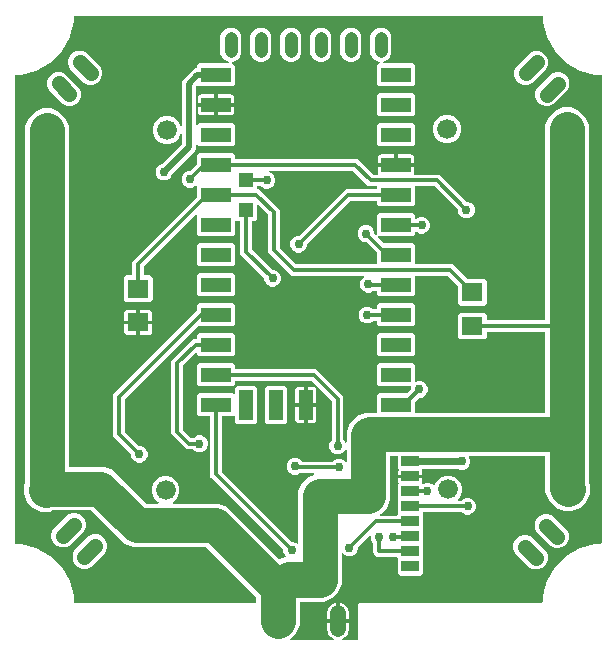
<source format=gbl>
G04 EAGLE Gerber X2 export*
%TF.Part,Single*%
%TF.FileFunction,Copper,L2,Bot,Mixed*%
%TF.FilePolarity,Positive*%
%TF.GenerationSoftware,Autodesk,EAGLE,9.0.1*%
%TF.CreationDate,2018-06-02T06:43:15Z*%
G75*
%MOMM*%
%FSLAX34Y34*%
%LPD*%
%AMOC8*
5,1,8,0,0,1.08239X$1,22.5*%
G01*
%ADD10C,1.676400*%
%ADD11C,1.308000*%
%ADD12R,2.540000X1.270000*%
%ADD13R,1.270000X2.540000*%
%ADD14R,1.270000X1.270000*%
%ADD15C,1.108000*%
%ADD16R,1.500000X0.900000*%
%ADD17C,1.320800*%
%ADD18R,1.803000X1.600000*%
%ADD19C,0.304800*%
%ADD20C,3.000000*%
%ADD21C,0.756400*%
%ADD22C,0.609600*%
%ADD23C,0.508000*%

G36*
X272065Y1541D02*
X272065Y1541D01*
X272162Y1550D01*
X272185Y1560D01*
X272209Y1564D01*
X272296Y1611D01*
X272384Y1651D01*
X272402Y1668D01*
X272424Y1679D01*
X272491Y1751D01*
X272563Y1818D01*
X272574Y1839D01*
X272591Y1857D01*
X272631Y1946D01*
X272678Y2033D01*
X272682Y2057D01*
X272692Y2080D01*
X272702Y2177D01*
X272718Y2273D01*
X272714Y2298D01*
X272716Y2323D01*
X272694Y2418D01*
X272678Y2514D01*
X272666Y2536D01*
X272661Y2560D01*
X272609Y2644D01*
X272563Y2730D01*
X272545Y2746D01*
X272532Y2768D01*
X272456Y2830D01*
X272385Y2897D01*
X272356Y2912D01*
X272344Y2922D01*
X272320Y2931D01*
X272255Y2966D01*
X271468Y3292D01*
X269971Y4293D01*
X268697Y5567D01*
X267696Y7064D01*
X267007Y8729D01*
X266655Y10495D01*
X266655Y16501D01*
X275050Y16501D01*
X275074Y16505D01*
X275098Y16502D01*
X275194Y16525D01*
X275291Y16540D01*
X275312Y16552D01*
X275336Y16558D01*
X275419Y16609D01*
X275506Y16655D01*
X275523Y16673D01*
X275543Y16686D01*
X275606Y16762D01*
X275673Y16834D01*
X275683Y16856D01*
X275698Y16875D01*
X275733Y16966D01*
X275773Y17056D01*
X275776Y17080D01*
X275785Y17103D01*
X275799Y17250D01*
X275799Y18001D01*
X275801Y18001D01*
X275801Y17250D01*
X275804Y17229D01*
X275802Y17210D01*
X275803Y17208D01*
X275802Y17201D01*
X275825Y17106D01*
X275841Y17009D01*
X275852Y16988D01*
X275858Y16964D01*
X275909Y16880D01*
X275956Y16794D01*
X275973Y16777D01*
X275986Y16756D01*
X276062Y16694D01*
X276134Y16627D01*
X276156Y16617D01*
X276175Y16602D01*
X276267Y16567D01*
X276356Y16526D01*
X276380Y16524D01*
X276403Y16515D01*
X276550Y16501D01*
X284945Y16501D01*
X284945Y10495D01*
X284593Y8729D01*
X283904Y7064D01*
X283485Y6437D01*
X282903Y5567D01*
X281629Y4293D01*
X280132Y3292D01*
X279345Y2966D01*
X279262Y2915D01*
X279176Y2869D01*
X279159Y2850D01*
X279138Y2837D01*
X279076Y2762D01*
X279009Y2690D01*
X278999Y2668D01*
X278983Y2649D01*
X278948Y2557D01*
X278908Y2468D01*
X278906Y2444D01*
X278897Y2420D01*
X278894Y2323D01*
X278884Y2225D01*
X278890Y2201D01*
X278889Y2177D01*
X278917Y2083D01*
X278939Y1988D01*
X278952Y1967D01*
X278959Y1943D01*
X279016Y1864D01*
X279068Y1780D01*
X279087Y1765D01*
X279101Y1745D01*
X279181Y1688D01*
X279256Y1625D01*
X279280Y1617D01*
X279300Y1602D01*
X279393Y1574D01*
X279485Y1539D01*
X279517Y1536D01*
X279533Y1531D01*
X279558Y1532D01*
X279632Y1525D01*
X291726Y1525D01*
X291750Y1529D01*
X291775Y1526D01*
X291870Y1548D01*
X291967Y1564D01*
X291988Y1576D01*
X292012Y1582D01*
X292096Y1633D01*
X292182Y1679D01*
X292199Y1697D01*
X292220Y1710D01*
X292282Y1786D01*
X292349Y1857D01*
X292359Y1880D01*
X292375Y1899D01*
X292409Y1990D01*
X292450Y2080D01*
X292452Y2104D01*
X292461Y2127D01*
X292475Y2274D01*
X292475Y32632D01*
X293368Y33525D01*
X448226Y33525D01*
X448250Y33529D01*
X448275Y33526D01*
X448370Y33548D01*
X448467Y33564D01*
X448488Y33576D01*
X448512Y33582D01*
X448596Y33633D01*
X448682Y33679D01*
X448699Y33697D01*
X448720Y33710D01*
X448782Y33786D01*
X448849Y33857D01*
X448859Y33880D01*
X448875Y33899D01*
X448909Y33990D01*
X448950Y34080D01*
X448952Y34104D01*
X448961Y34127D01*
X448975Y34274D01*
X448975Y38783D01*
X448978Y38793D01*
X449179Y39542D01*
X449580Y41041D01*
X449781Y41790D01*
X450182Y43288D01*
X450182Y43289D01*
X450383Y44038D01*
X450785Y45536D01*
X450985Y46285D01*
X450985Y46286D01*
X451186Y47035D01*
X451387Y47784D01*
X451588Y48533D01*
X451788Y49282D01*
X451789Y49282D01*
X451789Y49283D01*
X451989Y50032D01*
X452391Y51530D01*
X452487Y51888D01*
X459270Y63637D01*
X468863Y73230D01*
X480612Y80013D01*
X493717Y83525D01*
X498226Y83525D01*
X498250Y83529D01*
X498275Y83526D01*
X498370Y83548D01*
X498467Y83564D01*
X498488Y83576D01*
X498512Y83582D01*
X498596Y83633D01*
X498682Y83679D01*
X498699Y83697D01*
X498720Y83710D01*
X498782Y83786D01*
X498849Y83857D01*
X498859Y83880D01*
X498875Y83899D01*
X498909Y83990D01*
X498950Y84080D01*
X498952Y84104D01*
X498961Y84127D01*
X498975Y84274D01*
X498975Y479726D01*
X498971Y479750D01*
X498974Y479775D01*
X498952Y479870D01*
X498936Y479967D01*
X498924Y479988D01*
X498918Y480012D01*
X498867Y480096D01*
X498821Y480182D01*
X498803Y480199D01*
X498790Y480220D01*
X498714Y480282D01*
X498643Y480349D01*
X498620Y480359D01*
X498601Y480375D01*
X498510Y480409D01*
X498420Y480450D01*
X498396Y480452D01*
X498373Y480461D01*
X498226Y480475D01*
X493717Y480475D01*
X480612Y483987D01*
X468863Y490770D01*
X459270Y500363D01*
X452487Y512112D01*
X448975Y525217D01*
X448975Y529726D01*
X448971Y529750D01*
X448974Y529775D01*
X448952Y529870D01*
X448936Y529967D01*
X448924Y529988D01*
X448918Y530012D01*
X448867Y530096D01*
X448821Y530182D01*
X448803Y530199D01*
X448790Y530220D01*
X448714Y530282D01*
X448643Y530349D01*
X448620Y530359D01*
X448601Y530375D01*
X448510Y530409D01*
X448420Y530450D01*
X448396Y530452D01*
X448373Y530461D01*
X448226Y530475D01*
X52774Y530475D01*
X52750Y530471D01*
X52725Y530474D01*
X52630Y530452D01*
X52533Y530436D01*
X52512Y530424D01*
X52488Y530418D01*
X52404Y530367D01*
X52318Y530321D01*
X52301Y530303D01*
X52280Y530290D01*
X52218Y530214D01*
X52151Y530143D01*
X52141Y530120D01*
X52125Y530101D01*
X52091Y530010D01*
X52050Y529920D01*
X52048Y529896D01*
X52039Y529873D01*
X52025Y529726D01*
X52025Y525217D01*
X51885Y524696D01*
X51885Y524695D01*
X51684Y523946D01*
X51283Y522448D01*
X51082Y521699D01*
X51082Y521698D01*
X50681Y520200D01*
X50680Y520200D01*
X50480Y519451D01*
X50279Y518702D01*
X50279Y518701D01*
X50078Y517952D01*
X49677Y516454D01*
X49476Y515705D01*
X49476Y515704D01*
X49075Y514206D01*
X49074Y514206D01*
X48874Y513457D01*
X48513Y512112D01*
X41730Y500363D01*
X32137Y490770D01*
X20388Y483987D01*
X7283Y480475D01*
X2774Y480475D01*
X2750Y480471D01*
X2725Y480474D01*
X2630Y480452D01*
X2533Y480436D01*
X2512Y480424D01*
X2488Y480418D01*
X2404Y480367D01*
X2318Y480321D01*
X2301Y480303D01*
X2280Y480290D01*
X2218Y480214D01*
X2151Y480143D01*
X2141Y480120D01*
X2125Y480101D01*
X2091Y480009D01*
X2050Y479920D01*
X2048Y479896D01*
X2039Y479873D01*
X2025Y479726D01*
X2025Y84274D01*
X2029Y84250D01*
X2026Y84225D01*
X2048Y84130D01*
X2064Y84033D01*
X2076Y84012D01*
X2082Y83988D01*
X2133Y83904D01*
X2179Y83818D01*
X2197Y83801D01*
X2210Y83780D01*
X2286Y83718D01*
X2357Y83651D01*
X2380Y83641D01*
X2399Y83625D01*
X2490Y83591D01*
X2580Y83550D01*
X2604Y83548D01*
X2627Y83539D01*
X2774Y83525D01*
X7283Y83525D01*
X20388Y80013D01*
X32137Y73230D01*
X41730Y63637D01*
X48513Y51888D01*
X52025Y38783D01*
X52025Y34274D01*
X52029Y34250D01*
X52026Y34225D01*
X52048Y34130D01*
X52064Y34033D01*
X52076Y34012D01*
X52082Y33988D01*
X52133Y33904D01*
X52179Y33818D01*
X52197Y33801D01*
X52210Y33780D01*
X52286Y33718D01*
X52357Y33651D01*
X52380Y33641D01*
X52399Y33625D01*
X52490Y33591D01*
X52580Y33550D01*
X52604Y33548D01*
X52627Y33539D01*
X52774Y33525D01*
X205948Y33525D01*
X205972Y33529D01*
X205997Y33526D01*
X206092Y33548D01*
X206189Y33564D01*
X206210Y33576D01*
X206234Y33582D01*
X206318Y33633D01*
X206404Y33679D01*
X206421Y33697D01*
X206442Y33710D01*
X206504Y33786D01*
X206571Y33857D01*
X206581Y33880D01*
X206597Y33899D01*
X206631Y33990D01*
X206672Y34080D01*
X206674Y34104D01*
X206683Y34127D01*
X206697Y34274D01*
X206697Y37608D01*
X206681Y37705D01*
X206672Y37802D01*
X206662Y37824D01*
X206658Y37849D01*
X206612Y37935D01*
X206571Y38024D01*
X206550Y38050D01*
X206543Y38064D01*
X206524Y38081D01*
X206478Y38138D01*
X164138Y80478D01*
X164059Y80535D01*
X163984Y80597D01*
X163960Y80605D01*
X163940Y80620D01*
X163847Y80648D01*
X163755Y80683D01*
X163722Y80686D01*
X163706Y80691D01*
X163682Y80690D01*
X163608Y80697D01*
X101859Y80697D01*
X95132Y83484D01*
X67138Y111478D01*
X67059Y111535D01*
X66984Y111597D01*
X66960Y111605D01*
X66940Y111620D01*
X66847Y111648D01*
X66755Y111683D01*
X66722Y111686D01*
X66706Y111691D01*
X66682Y111690D01*
X66608Y111697D01*
X34887Y111697D01*
X34814Y111685D01*
X34741Y111683D01*
X34671Y111662D01*
X34646Y111658D01*
X34631Y111650D01*
X34600Y111640D01*
X31841Y110497D01*
X24559Y110497D01*
X17832Y113284D01*
X12684Y118432D01*
X9897Y125159D01*
X9897Y132441D01*
X11040Y135200D01*
X11057Y135271D01*
X11083Y135340D01*
X11090Y135413D01*
X11096Y135438D01*
X11094Y135454D01*
X11097Y135487D01*
X11097Y437241D01*
X13884Y443968D01*
X19032Y449116D01*
X25759Y451903D01*
X33041Y451903D01*
X39768Y449116D01*
X44916Y443968D01*
X47703Y437241D01*
X47703Y149052D01*
X47707Y149028D01*
X47704Y149003D01*
X47726Y148908D01*
X47742Y148811D01*
X47754Y148790D01*
X47760Y148766D01*
X47811Y148682D01*
X47857Y148596D01*
X47875Y148579D01*
X47888Y148558D01*
X47964Y148496D01*
X48035Y148429D01*
X48058Y148419D01*
X48077Y148403D01*
X48168Y148369D01*
X48258Y148328D01*
X48282Y148326D01*
X48305Y148317D01*
X48452Y148303D01*
X78141Y148303D01*
X84868Y145516D01*
X112862Y117522D01*
X112941Y117465D01*
X113016Y117403D01*
X113040Y117395D01*
X113060Y117380D01*
X113153Y117352D01*
X113245Y117317D01*
X113278Y117314D01*
X113294Y117309D01*
X113318Y117310D01*
X113392Y117303D01*
X123257Y117303D01*
X123353Y117319D01*
X123450Y117328D01*
X123473Y117338D01*
X123497Y117342D01*
X123584Y117389D01*
X123673Y117429D01*
X123691Y117446D01*
X123712Y117457D01*
X123779Y117529D01*
X123851Y117596D01*
X123862Y117617D01*
X123879Y117635D01*
X123920Y117725D01*
X123966Y117811D01*
X123970Y117835D01*
X123980Y117858D01*
X123990Y117955D01*
X124006Y118051D01*
X124002Y118076D01*
X124004Y118101D01*
X123982Y118196D01*
X123966Y118292D01*
X123955Y118314D01*
X123949Y118338D01*
X123897Y118421D01*
X123851Y118508D01*
X123833Y118524D01*
X123820Y118546D01*
X123745Y118608D01*
X123673Y118675D01*
X123645Y118690D01*
X123632Y118700D01*
X123608Y118709D01*
X123543Y118744D01*
X123181Y118894D01*
X119894Y122181D01*
X118115Y126476D01*
X118115Y131124D01*
X119894Y135419D01*
X123181Y138706D01*
X127476Y140485D01*
X132124Y140485D01*
X136419Y138706D01*
X139706Y135419D01*
X141485Y131124D01*
X141485Y126476D01*
X139706Y122181D01*
X136419Y118894D01*
X136057Y118744D01*
X135974Y118693D01*
X135888Y118647D01*
X135871Y118628D01*
X135850Y118615D01*
X135788Y118540D01*
X135721Y118468D01*
X135710Y118446D01*
X135695Y118427D01*
X135660Y118335D01*
X135620Y118246D01*
X135617Y118222D01*
X135609Y118198D01*
X135605Y118101D01*
X135596Y118003D01*
X135601Y117979D01*
X135601Y117955D01*
X135629Y117861D01*
X135651Y117766D01*
X135664Y117745D01*
X135671Y117721D01*
X135728Y117642D01*
X135780Y117558D01*
X135799Y117543D01*
X135813Y117523D01*
X135893Y117466D01*
X135968Y117403D01*
X135991Y117395D01*
X136011Y117380D01*
X136105Y117352D01*
X136197Y117317D01*
X136229Y117314D01*
X136245Y117309D01*
X136270Y117310D01*
X136343Y117303D01*
X175141Y117303D01*
X181868Y114516D01*
X187122Y109262D01*
X225839Y70545D01*
X225950Y70465D01*
X226037Y70403D01*
X226038Y70403D01*
X226148Y70369D01*
X226271Y70332D01*
X226396Y70336D01*
X226514Y70339D01*
X226515Y70340D01*
X226516Y70340D01*
X226656Y70382D01*
X230553Y71997D01*
X230675Y71997D01*
X230748Y72009D01*
X230821Y72011D01*
X230867Y72028D01*
X230916Y72036D01*
X230981Y72071D01*
X231049Y72097D01*
X231088Y72128D01*
X231131Y72151D01*
X231181Y72205D01*
X231238Y72252D01*
X231264Y72294D01*
X231298Y72329D01*
X231328Y72396D01*
X231367Y72459D01*
X231378Y72507D01*
X231399Y72552D01*
X231406Y72625D01*
X231423Y72696D01*
X231418Y72745D01*
X231423Y72795D01*
X231406Y72866D01*
X231399Y72939D01*
X231379Y72984D01*
X231368Y73032D01*
X231329Y73095D01*
X231299Y73162D01*
X231252Y73218D01*
X231239Y73240D01*
X231226Y73250D01*
X231205Y73276D01*
X230494Y73987D01*
X229415Y76591D01*
X229415Y77948D01*
X229411Y77972D01*
X229414Y77997D01*
X229397Y78068D01*
X229390Y78142D01*
X229380Y78164D01*
X229376Y78189D01*
X229364Y78211D01*
X229358Y78234D01*
X229320Y78297D01*
X229289Y78364D01*
X229268Y78390D01*
X229261Y78404D01*
X229243Y78421D01*
X229230Y78442D01*
X229217Y78452D01*
X229196Y78478D01*
X167573Y140101D01*
X167573Y190498D01*
X167569Y190522D01*
X167572Y190547D01*
X167550Y190642D01*
X167534Y190739D01*
X167522Y190760D01*
X167516Y190784D01*
X167465Y190868D01*
X167419Y190954D01*
X167401Y190971D01*
X167388Y190992D01*
X167312Y191054D01*
X167241Y191121D01*
X167218Y191131D01*
X167199Y191147D01*
X167108Y191181D01*
X167018Y191222D01*
X166994Y191224D01*
X166971Y191233D01*
X166824Y191247D01*
X158332Y191247D01*
X156397Y193182D01*
X156397Y208618D01*
X158332Y210553D01*
X186468Y210553D01*
X186868Y210153D01*
X186928Y210110D01*
X186982Y210060D01*
X187026Y210039D01*
X187067Y210010D01*
X187137Y209989D01*
X187204Y209959D01*
X187253Y209954D01*
X187300Y209940D01*
X187373Y209942D01*
X187447Y209935D01*
X187495Y209946D01*
X187544Y209947D01*
X187613Y209973D01*
X187684Y209990D01*
X187726Y210016D01*
X187772Y210033D01*
X187829Y210080D01*
X187892Y210119D01*
X187923Y210157D01*
X187961Y210188D01*
X188000Y210250D01*
X188047Y210307D01*
X188064Y210353D01*
X188090Y210395D01*
X188107Y210467D01*
X188133Y210535D01*
X188140Y210608D01*
X188146Y210633D01*
X188144Y210649D01*
X188147Y210682D01*
X188147Y214968D01*
X190082Y216903D01*
X205518Y216903D01*
X207453Y214968D01*
X207453Y186832D01*
X205518Y184897D01*
X190082Y184897D01*
X188147Y186832D01*
X188147Y191118D01*
X188145Y191130D01*
X188146Y191134D01*
X188142Y191149D01*
X188135Y191190D01*
X188133Y191264D01*
X188116Y191310D01*
X188108Y191358D01*
X188073Y191423D01*
X188047Y191492D01*
X188016Y191530D01*
X187993Y191574D01*
X187939Y191624D01*
X187892Y191681D01*
X187850Y191707D01*
X187815Y191740D01*
X187748Y191771D01*
X187685Y191810D01*
X187637Y191821D01*
X187592Y191841D01*
X187519Y191849D01*
X187448Y191865D01*
X187399Y191860D01*
X187349Y191865D01*
X187278Y191849D01*
X187205Y191842D01*
X187160Y191821D01*
X187112Y191810D01*
X187049Y191771D01*
X186982Y191741D01*
X186926Y191695D01*
X186904Y191681D01*
X186894Y191668D01*
X186868Y191647D01*
X186468Y191247D01*
X177976Y191247D01*
X177952Y191243D01*
X177927Y191246D01*
X177832Y191224D01*
X177735Y191208D01*
X177714Y191196D01*
X177690Y191190D01*
X177606Y191139D01*
X177520Y191093D01*
X177503Y191075D01*
X177482Y191062D01*
X177420Y190986D01*
X177353Y190915D01*
X177343Y190892D01*
X177327Y190873D01*
X177293Y190782D01*
X177252Y190692D01*
X177250Y190668D01*
X177241Y190645D01*
X177227Y190498D01*
X177227Y144410D01*
X177243Y144313D01*
X177252Y144216D01*
X177262Y144194D01*
X177266Y144169D01*
X177312Y144083D01*
X177353Y143994D01*
X177374Y143968D01*
X177381Y143954D01*
X177400Y143937D01*
X177446Y143880D01*
X236022Y85304D01*
X236101Y85247D01*
X236176Y85185D01*
X236200Y85177D01*
X236220Y85162D01*
X236314Y85134D01*
X236405Y85099D01*
X236438Y85096D01*
X236454Y85091D01*
X236479Y85092D01*
X236552Y85085D01*
X237909Y85085D01*
X240513Y84006D01*
X240918Y83601D01*
X240978Y83558D01*
X241032Y83508D01*
X241076Y83488D01*
X241117Y83459D01*
X241187Y83438D01*
X241254Y83407D01*
X241303Y83402D01*
X241350Y83388D01*
X241423Y83390D01*
X241497Y83383D01*
X241545Y83394D01*
X241594Y83396D01*
X241663Y83422D01*
X241734Y83438D01*
X241776Y83465D01*
X241822Y83482D01*
X241879Y83528D01*
X241942Y83567D01*
X241973Y83605D01*
X242011Y83637D01*
X242050Y83699D01*
X242097Y83756D01*
X242114Y83802D01*
X242140Y83844D01*
X242157Y83915D01*
X242183Y83984D01*
X242190Y84057D01*
X242196Y84081D01*
X242194Y84098D01*
X242197Y84131D01*
X242197Y127641D01*
X244984Y134368D01*
X250132Y139516D01*
X255481Y141732D01*
X255564Y141783D01*
X255650Y141829D01*
X255667Y141848D01*
X255688Y141861D01*
X255750Y141936D01*
X255817Y142008D01*
X255827Y142030D01*
X255843Y142049D01*
X255878Y142141D01*
X255918Y142230D01*
X255920Y142254D01*
X255929Y142278D01*
X255932Y142375D01*
X255942Y142473D01*
X255936Y142497D01*
X255937Y142521D01*
X255909Y142615D01*
X255887Y142710D01*
X255874Y142731D01*
X255867Y142755D01*
X255810Y142834D01*
X255758Y142918D01*
X255739Y142933D01*
X255725Y142953D01*
X255645Y143010D01*
X255570Y143073D01*
X255546Y143081D01*
X255526Y143096D01*
X255433Y143124D01*
X255341Y143159D01*
X255309Y143162D01*
X255293Y143167D01*
X255268Y143166D01*
X255194Y143173D01*
X244003Y143173D01*
X243907Y143157D01*
X243810Y143148D01*
X243787Y143138D01*
X243762Y143134D01*
X243676Y143088D01*
X243587Y143047D01*
X243562Y143026D01*
X243547Y143019D01*
X243531Y143001D01*
X240909Y141915D01*
X238091Y141915D01*
X235487Y142994D01*
X233494Y144987D01*
X232415Y147591D01*
X232415Y150409D01*
X233494Y153013D01*
X235487Y155006D01*
X238091Y156085D01*
X240909Y156085D01*
X243513Y155006D01*
X245473Y153046D01*
X245553Y152989D01*
X245628Y152927D01*
X245651Y152919D01*
X245671Y152904D01*
X245765Y152876D01*
X245856Y152841D01*
X245889Y152838D01*
X245905Y152833D01*
X245930Y152834D01*
X246003Y152827D01*
X270997Y152827D01*
X271093Y152843D01*
X271190Y152852D01*
X271213Y152862D01*
X271238Y152866D01*
X271324Y152912D01*
X271413Y152953D01*
X271438Y152974D01*
X271453Y152981D01*
X271470Y153000D01*
X271527Y153046D01*
X272487Y154006D01*
X275091Y155085D01*
X277909Y155085D01*
X280513Y154006D01*
X281918Y152601D01*
X281978Y152558D01*
X282032Y152508D01*
X282076Y152488D01*
X282117Y152459D01*
X282187Y152438D01*
X282254Y152407D01*
X282303Y152402D01*
X282350Y152388D01*
X282423Y152390D01*
X282497Y152383D01*
X282545Y152394D01*
X282594Y152396D01*
X282663Y152422D01*
X282734Y152438D01*
X282776Y152464D01*
X282822Y152482D01*
X282879Y152528D01*
X282942Y152567D01*
X282973Y152605D01*
X283011Y152637D01*
X283050Y152699D01*
X283097Y152756D01*
X283114Y152802D01*
X283140Y152844D01*
X283157Y152915D01*
X283183Y152984D01*
X283190Y153057D01*
X283196Y153081D01*
X283194Y153098D01*
X283197Y153131D01*
X283197Y162303D01*
X283181Y162400D01*
X283172Y162497D01*
X283162Y162519D01*
X283158Y162544D01*
X283111Y162630D01*
X283071Y162719D01*
X283054Y162737D01*
X283043Y162759D01*
X282971Y162826D01*
X282904Y162897D01*
X282883Y162909D01*
X282865Y162926D01*
X282775Y162966D01*
X282689Y163012D01*
X282665Y163016D01*
X282642Y163026D01*
X282545Y163036D01*
X282449Y163052D01*
X282424Y163048D01*
X282399Y163051D01*
X282304Y163028D01*
X282208Y163013D01*
X282186Y163001D01*
X282162Y162995D01*
X282079Y162944D01*
X281992Y162898D01*
X281976Y162880D01*
X281954Y162867D01*
X281892Y162791D01*
X281825Y162720D01*
X281810Y162691D01*
X281800Y162678D01*
X281791Y162655D01*
X281756Y162590D01*
X281506Y161987D01*
X279513Y159994D01*
X276909Y158915D01*
X274091Y158915D01*
X271487Y159994D01*
X269494Y161987D01*
X268415Y164591D01*
X268415Y167409D01*
X269494Y170013D01*
X270454Y170973D01*
X270511Y171053D01*
X270573Y171128D01*
X270581Y171151D01*
X270596Y171171D01*
X270624Y171265D01*
X270659Y171356D01*
X270662Y171389D01*
X270667Y171405D01*
X270666Y171430D01*
X270673Y171503D01*
X270673Y203690D01*
X270657Y203787D01*
X270648Y203884D01*
X270638Y203906D01*
X270634Y203931D01*
X270588Y204017D01*
X270547Y204106D01*
X270526Y204132D01*
X270519Y204146D01*
X270500Y204163D01*
X270454Y204220D01*
X253420Y221254D01*
X253341Y221311D01*
X253266Y221373D01*
X253242Y221381D01*
X253222Y221396D01*
X253128Y221424D01*
X253037Y221459D01*
X253004Y221462D01*
X252988Y221467D01*
X252963Y221466D01*
X252890Y221473D01*
X189152Y221473D01*
X189128Y221469D01*
X189103Y221472D01*
X189008Y221450D01*
X188911Y221434D01*
X188890Y221422D01*
X188866Y221416D01*
X188782Y221365D01*
X188696Y221319D01*
X188679Y221301D01*
X188658Y221288D01*
X188596Y221212D01*
X188529Y221141D01*
X188519Y221118D01*
X188503Y221099D01*
X188469Y221008D01*
X188428Y220918D01*
X188426Y220894D01*
X188417Y220871D01*
X188403Y220724D01*
X188403Y218582D01*
X186468Y216647D01*
X158332Y216647D01*
X156397Y218582D01*
X156397Y234018D01*
X158332Y235953D01*
X186468Y235953D01*
X188403Y234018D01*
X188403Y231876D01*
X188407Y231852D01*
X188404Y231827D01*
X188426Y231732D01*
X188442Y231635D01*
X188454Y231614D01*
X188460Y231590D01*
X188511Y231506D01*
X188557Y231420D01*
X188575Y231403D01*
X188588Y231382D01*
X188664Y231320D01*
X188735Y231253D01*
X188758Y231243D01*
X188777Y231227D01*
X188868Y231193D01*
X188958Y231152D01*
X188982Y231150D01*
X189005Y231141D01*
X189152Y231127D01*
X257199Y231127D01*
X280327Y207999D01*
X280327Y171503D01*
X280343Y171407D01*
X280352Y171310D01*
X280362Y171287D01*
X280366Y171262D01*
X280412Y171176D01*
X280453Y171087D01*
X280474Y171062D01*
X280481Y171047D01*
X280500Y171030D01*
X280546Y170973D01*
X281506Y170013D01*
X281756Y169410D01*
X281807Y169328D01*
X281853Y169241D01*
X281872Y169224D01*
X281885Y169203D01*
X281960Y169141D01*
X282032Y169074D01*
X282054Y169064D01*
X282073Y169048D01*
X282165Y169014D01*
X282254Y168974D01*
X282278Y168971D01*
X282302Y168962D01*
X282399Y168959D01*
X282497Y168949D01*
X282521Y168955D01*
X282545Y168954D01*
X282639Y168983D01*
X282734Y169005D01*
X282755Y169018D01*
X282779Y169025D01*
X282858Y169082D01*
X282942Y169133D01*
X282957Y169153D01*
X282977Y169167D01*
X283034Y169246D01*
X283097Y169322D01*
X283105Y169345D01*
X283120Y169365D01*
X283148Y169459D01*
X283183Y169550D01*
X283186Y169583D01*
X283191Y169599D01*
X283190Y169624D01*
X283197Y169697D01*
X283197Y178641D01*
X285984Y185368D01*
X292132Y191516D01*
X298859Y194303D01*
X308048Y194303D01*
X308072Y194307D01*
X308097Y194304D01*
X308192Y194326D01*
X308289Y194342D01*
X308310Y194354D01*
X308334Y194360D01*
X308418Y194411D01*
X308504Y194457D01*
X308521Y194475D01*
X308542Y194488D01*
X308604Y194564D01*
X308671Y194635D01*
X308681Y194658D01*
X308697Y194677D01*
X308731Y194768D01*
X308772Y194858D01*
X308774Y194882D01*
X308783Y194905D01*
X308797Y195052D01*
X308797Y208618D01*
X310732Y210553D01*
X333916Y210553D01*
X334013Y210569D01*
X334110Y210578D01*
X334132Y210588D01*
X334157Y210592D01*
X334243Y210638D01*
X334332Y210679D01*
X334358Y210700D01*
X334372Y210707D01*
X334383Y210719D01*
X334385Y210720D01*
X334393Y210728D01*
X334446Y210772D01*
X337196Y213522D01*
X337253Y213601D01*
X337315Y213676D01*
X337323Y213700D01*
X337338Y213720D01*
X337366Y213814D01*
X337401Y213905D01*
X337404Y213938D01*
X337409Y213954D01*
X337408Y213979D01*
X337415Y214052D01*
X337415Y215409D01*
X337499Y215611D01*
X337510Y215659D01*
X337530Y215704D01*
X337538Y215777D01*
X337554Y215849D01*
X337550Y215898D01*
X337554Y215947D01*
X337538Y216018D01*
X337531Y216092D01*
X337510Y216136D01*
X337499Y216184D01*
X337460Y216247D01*
X337430Y216314D01*
X337396Y216350D01*
X337370Y216392D01*
X337313Y216438D01*
X337263Y216492D01*
X337220Y216515D01*
X337182Y216547D01*
X337113Y216573D01*
X337048Y216607D01*
X337000Y216615D01*
X336954Y216633D01*
X336808Y216647D01*
X336807Y216647D01*
X310732Y216647D01*
X308797Y218582D01*
X308797Y234018D01*
X310732Y235953D01*
X338868Y235953D01*
X340803Y234018D01*
X340803Y221258D01*
X340811Y221210D01*
X340809Y221161D01*
X340830Y221090D01*
X340842Y221018D01*
X340866Y220974D01*
X340880Y220927D01*
X340923Y220867D01*
X340957Y220802D01*
X340993Y220769D01*
X341022Y220729D01*
X341082Y220686D01*
X341135Y220636D01*
X341180Y220615D01*
X341220Y220587D01*
X341291Y220565D01*
X341358Y220535D01*
X341407Y220530D01*
X341453Y220516D01*
X341527Y220518D01*
X341601Y220511D01*
X341648Y220522D01*
X341697Y220523D01*
X341837Y220566D01*
X341838Y220566D01*
X341839Y220566D01*
X343091Y221085D01*
X345909Y221085D01*
X348513Y220006D01*
X350506Y218013D01*
X351585Y215409D01*
X351585Y212591D01*
X350506Y209987D01*
X348513Y207994D01*
X345909Y206915D01*
X344552Y206915D01*
X344455Y206899D01*
X344358Y206890D01*
X344336Y206880D01*
X344311Y206876D01*
X344225Y206830D01*
X344136Y206789D01*
X344110Y206768D01*
X344096Y206761D01*
X344079Y206742D01*
X344022Y206696D01*
X341022Y203696D01*
X340965Y203617D01*
X340903Y203542D01*
X340895Y203518D01*
X340880Y203498D01*
X340852Y203404D01*
X340817Y203313D01*
X340814Y203280D01*
X340809Y203264D01*
X340810Y203239D01*
X340803Y203166D01*
X340803Y195052D01*
X340807Y195028D01*
X340804Y195003D01*
X340826Y194908D01*
X340842Y194811D01*
X340854Y194790D01*
X340860Y194766D01*
X340911Y194682D01*
X340957Y194596D01*
X340975Y194579D01*
X340988Y194558D01*
X341064Y194496D01*
X341135Y194429D01*
X341158Y194419D01*
X341177Y194403D01*
X341268Y194369D01*
X341358Y194328D01*
X341382Y194326D01*
X341405Y194317D01*
X341552Y194303D01*
X450548Y194303D01*
X450572Y194307D01*
X450597Y194304D01*
X450692Y194326D01*
X450789Y194342D01*
X450810Y194354D01*
X450834Y194360D01*
X450918Y194411D01*
X451004Y194457D01*
X451021Y194475D01*
X451042Y194488D01*
X451104Y194564D01*
X451171Y194635D01*
X451181Y194658D01*
X451197Y194677D01*
X451231Y194768D01*
X451272Y194858D01*
X451274Y194882D01*
X451283Y194905D01*
X451297Y195052D01*
X451297Y262204D01*
X451293Y262228D01*
X451296Y262253D01*
X451274Y262348D01*
X451258Y262445D01*
X451246Y262466D01*
X451240Y262490D01*
X451189Y262574D01*
X451143Y262660D01*
X451125Y262677D01*
X451112Y262698D01*
X451036Y262760D01*
X450965Y262827D01*
X450942Y262837D01*
X450923Y262853D01*
X450832Y262887D01*
X450742Y262928D01*
X450718Y262930D01*
X450695Y262939D01*
X450548Y262953D01*
X402567Y262953D01*
X402543Y262949D01*
X402518Y262952D01*
X402423Y262930D01*
X402326Y262914D01*
X402305Y262902D01*
X402281Y262896D01*
X402197Y262845D01*
X402111Y262799D01*
X402094Y262781D01*
X402073Y262768D01*
X402011Y262692D01*
X401944Y262621D01*
X401934Y262598D01*
X401918Y262579D01*
X401884Y262488D01*
X401843Y262398D01*
X401841Y262374D01*
X401832Y262351D01*
X401818Y262204D01*
X401818Y258412D01*
X399883Y256477D01*
X379117Y256477D01*
X377182Y258412D01*
X377182Y277148D01*
X379117Y279083D01*
X399883Y279083D01*
X401818Y277148D01*
X401818Y273356D01*
X401822Y273332D01*
X401819Y273307D01*
X401841Y273212D01*
X401857Y273115D01*
X401869Y273094D01*
X401875Y273070D01*
X401926Y272986D01*
X401972Y272900D01*
X401990Y272883D01*
X402003Y272862D01*
X402079Y272800D01*
X402150Y272733D01*
X402173Y272723D01*
X402192Y272707D01*
X402283Y272673D01*
X402373Y272632D01*
X402397Y272630D01*
X402420Y272621D01*
X402567Y272607D01*
X450548Y272607D01*
X450572Y272611D01*
X450597Y272608D01*
X450692Y272630D01*
X450789Y272646D01*
X450810Y272658D01*
X450834Y272664D01*
X450918Y272715D01*
X451004Y272761D01*
X451021Y272779D01*
X451042Y272792D01*
X451104Y272868D01*
X451171Y272939D01*
X451181Y272962D01*
X451197Y272981D01*
X451231Y273072D01*
X451272Y273162D01*
X451274Y273186D01*
X451283Y273209D01*
X451297Y273356D01*
X451297Y438041D01*
X454084Y444768D01*
X459232Y449916D01*
X465959Y452703D01*
X473241Y452703D01*
X479968Y449916D01*
X485116Y444768D01*
X487903Y438041D01*
X487903Y135604D01*
X487904Y135593D01*
X487904Y135592D01*
X487906Y135586D01*
X487915Y135532D01*
X487917Y135459D01*
X487938Y135388D01*
X487942Y135363D01*
X487950Y135348D01*
X487960Y135317D01*
X488903Y133041D01*
X488903Y125759D01*
X486116Y119032D01*
X480968Y113884D01*
X474241Y111097D01*
X466959Y111097D01*
X460232Y113884D01*
X454084Y120032D01*
X451297Y126759D01*
X451297Y156948D01*
X451293Y156972D01*
X451296Y156997D01*
X451274Y157092D01*
X451258Y157189D01*
X451246Y157210D01*
X451240Y157234D01*
X451189Y157318D01*
X451143Y157404D01*
X451125Y157421D01*
X451112Y157442D01*
X451036Y157504D01*
X450965Y157571D01*
X450942Y157581D01*
X450923Y157597D01*
X450832Y157631D01*
X450742Y157672D01*
X450718Y157674D01*
X450695Y157683D01*
X450548Y157697D01*
X387344Y157697D01*
X387296Y157689D01*
X387247Y157691D01*
X387176Y157670D01*
X387103Y157658D01*
X387060Y157634D01*
X387013Y157620D01*
X386953Y157577D01*
X386888Y157543D01*
X386855Y157507D01*
X386815Y157478D01*
X386772Y157418D01*
X386721Y157365D01*
X386701Y157320D01*
X386672Y157280D01*
X386651Y157209D01*
X386620Y157142D01*
X386616Y157093D01*
X386601Y157047D01*
X386604Y156973D01*
X386596Y156899D01*
X386608Y156852D01*
X386609Y156803D01*
X386651Y156663D01*
X386652Y156662D01*
X386652Y156661D01*
X387585Y154409D01*
X387585Y151591D01*
X386506Y148987D01*
X384513Y146994D01*
X381909Y145915D01*
X379091Y145915D01*
X377456Y146592D01*
X377385Y146609D01*
X377317Y146635D01*
X377243Y146642D01*
X377219Y146648D01*
X377202Y146646D01*
X377170Y146649D01*
X347630Y146649D01*
X347534Y146633D01*
X347437Y146624D01*
X347414Y146614D01*
X347390Y146610D01*
X347304Y146564D01*
X347215Y146523D01*
X347189Y146502D01*
X347174Y146495D01*
X347161Y146481D01*
X347160Y146480D01*
X347154Y146473D01*
X347101Y146430D01*
X347086Y146415D01*
X347043Y146355D01*
X346993Y146302D01*
X346972Y146257D01*
X346943Y146216D01*
X346922Y146146D01*
X346892Y146080D01*
X346887Y146030D01*
X346873Y145983D01*
X346875Y145910D01*
X346868Y145837D01*
X346880Y145764D01*
X346880Y145739D01*
X346886Y145723D01*
X346892Y145691D01*
X347041Y145134D01*
X347041Y141799D01*
X337750Y141799D01*
X337726Y141795D01*
X337702Y141798D01*
X337606Y141775D01*
X337509Y141759D01*
X337488Y141748D01*
X337464Y141742D01*
X337381Y141691D01*
X337294Y141644D01*
X337277Y141627D01*
X337257Y141614D01*
X337194Y141538D01*
X337127Y141466D01*
X337117Y141444D01*
X337102Y141425D01*
X337067Y141334D01*
X337026Y141244D01*
X337024Y141220D01*
X337015Y141197D01*
X337001Y141050D01*
X337001Y139550D01*
X337005Y139526D01*
X337002Y139502D01*
X337025Y139406D01*
X337041Y139309D01*
X337052Y139288D01*
X337058Y139264D01*
X337109Y139180D01*
X337156Y139094D01*
X337173Y139077D01*
X337186Y139057D01*
X337262Y138994D01*
X337334Y138927D01*
X337356Y138917D01*
X337375Y138902D01*
X337466Y138867D01*
X337556Y138826D01*
X337580Y138824D01*
X337603Y138815D01*
X337750Y138801D01*
X347041Y138801D01*
X347041Y135466D01*
X346939Y135086D01*
X346939Y135085D01*
X346938Y135084D01*
X346936Y135059D01*
X346927Y135036D01*
X346924Y134938D01*
X346914Y134841D01*
X346920Y134817D01*
X346919Y134792D01*
X346948Y134699D01*
X346970Y134603D01*
X346983Y134582D01*
X346990Y134559D01*
X347047Y134479D01*
X347099Y134396D01*
X347118Y134380D01*
X347132Y134360D01*
X347211Y134303D01*
X347287Y134241D01*
X347310Y134232D01*
X347330Y134218D01*
X347424Y134189D01*
X347515Y134155D01*
X347539Y134154D01*
X347540Y134154D01*
X347564Y134147D01*
X347600Y134148D01*
X347662Y134142D01*
X347666Y134142D01*
X347706Y134149D01*
X347759Y134147D01*
X347783Y134154D01*
X347807Y134155D01*
X347885Y134178D01*
X347906Y134182D01*
X347919Y134189D01*
X347949Y134198D01*
X350091Y135085D01*
X352909Y135085D01*
X355513Y134006D01*
X356663Y132856D01*
X356703Y132828D01*
X356736Y132792D01*
X356784Y132767D01*
X356811Y132744D01*
X356829Y132737D01*
X356861Y132714D01*
X356908Y132700D01*
X356951Y132677D01*
X357019Y132666D01*
X357039Y132658D01*
X357050Y132657D01*
X357095Y132643D01*
X357144Y132645D01*
X357192Y132637D01*
X357265Y132649D01*
X357339Y132651D01*
X357385Y132669D01*
X357433Y132677D01*
X357498Y132711D01*
X357567Y132737D01*
X357605Y132768D01*
X357648Y132791D01*
X357699Y132845D01*
X357756Y132892D01*
X357782Y132933D01*
X357815Y132969D01*
X357884Y133098D01*
X357885Y133099D01*
X359094Y136019D01*
X362381Y139306D01*
X366676Y141085D01*
X371324Y141085D01*
X375619Y139306D01*
X378906Y136019D01*
X380685Y131724D01*
X380685Y127076D01*
X378906Y122781D01*
X377230Y121106D01*
X377188Y121046D01*
X377137Y120992D01*
X377117Y120948D01*
X377088Y120907D01*
X377067Y120837D01*
X377037Y120770D01*
X377032Y120721D01*
X377017Y120674D01*
X377020Y120601D01*
X377013Y120527D01*
X377024Y120479D01*
X377025Y120430D01*
X377051Y120361D01*
X377068Y120290D01*
X377094Y120248D01*
X377111Y120202D01*
X377158Y120145D01*
X377197Y120082D01*
X377235Y120051D01*
X377266Y120013D01*
X377328Y119974D01*
X377385Y119927D01*
X377431Y119910D01*
X377473Y119884D01*
X377545Y119867D01*
X377613Y119841D01*
X377686Y119834D01*
X377711Y119828D01*
X377727Y119830D01*
X377760Y119827D01*
X379997Y119827D01*
X380093Y119843D01*
X380190Y119852D01*
X380213Y119862D01*
X380238Y119866D01*
X380324Y119912D01*
X380413Y119953D01*
X380438Y119974D01*
X380453Y119981D01*
X380470Y120000D01*
X380527Y120046D01*
X381487Y121006D01*
X384091Y122085D01*
X386909Y122085D01*
X389513Y121006D01*
X391506Y119013D01*
X392585Y116409D01*
X392585Y113591D01*
X391506Y110987D01*
X389513Y108994D01*
X386909Y107915D01*
X384091Y107915D01*
X381487Y108994D01*
X380527Y109954D01*
X380447Y110011D01*
X380372Y110073D01*
X380349Y110081D01*
X380329Y110096D01*
X380235Y110124D01*
X380144Y110159D01*
X380111Y110162D01*
X380095Y110167D01*
X380070Y110166D01*
X379997Y110173D01*
X348552Y110173D01*
X348528Y110169D01*
X348503Y110172D01*
X348408Y110150D01*
X348311Y110134D01*
X348290Y110122D01*
X348266Y110116D01*
X348182Y110065D01*
X348096Y110019D01*
X348079Y110001D01*
X348058Y109988D01*
X347996Y109912D01*
X347929Y109841D01*
X347919Y109818D01*
X347903Y109799D01*
X347869Y109708D01*
X347828Y109618D01*
X347826Y109594D01*
X347817Y109571D01*
X347803Y109424D01*
X347803Y109021D01*
X347766Y108961D01*
X347708Y108882D01*
X347701Y108858D01*
X347688Y108837D01*
X347666Y108742D01*
X347638Y108648D01*
X347638Y108624D01*
X347633Y108600D01*
X347642Y108502D01*
X347645Y108404D01*
X347654Y108381D01*
X347656Y108357D01*
X347697Y108268D01*
X347731Y108176D01*
X347747Y108157D01*
X347757Y108134D01*
X347803Y108079D01*
X347803Y96321D01*
X347766Y96261D01*
X347708Y96182D01*
X347701Y96158D01*
X347688Y96137D01*
X347666Y96042D01*
X347638Y95948D01*
X347638Y95924D01*
X347633Y95900D01*
X347642Y95802D01*
X347645Y95704D01*
X347654Y95681D01*
X347656Y95657D01*
X347697Y95568D01*
X347731Y95476D01*
X347747Y95457D01*
X347757Y95434D01*
X347803Y95379D01*
X347803Y83621D01*
X347766Y83561D01*
X347708Y83482D01*
X347701Y83458D01*
X347688Y83437D01*
X347666Y83342D01*
X347638Y83248D01*
X347638Y83224D01*
X347633Y83200D01*
X347642Y83102D01*
X347645Y83004D01*
X347654Y82981D01*
X347656Y82957D01*
X347697Y82868D01*
X347731Y82776D01*
X347747Y82757D01*
X347757Y82734D01*
X347803Y82679D01*
X347803Y70921D01*
X347791Y70901D01*
X347763Y70872D01*
X347746Y70833D01*
X347708Y70782D01*
X347701Y70758D01*
X347688Y70737D01*
X347674Y70675D01*
X347662Y70650D01*
X347660Y70620D01*
X347638Y70548D01*
X347638Y70524D01*
X347633Y70500D01*
X347640Y70424D01*
X347638Y70407D01*
X347643Y70389D01*
X347645Y70304D01*
X347654Y70281D01*
X347656Y70257D01*
X347691Y70180D01*
X347694Y70170D01*
X347700Y70160D01*
X347731Y70076D01*
X347747Y70057D01*
X347757Y70034D01*
X347803Y69979D01*
X347803Y58232D01*
X345868Y56297D01*
X328132Y56297D01*
X326197Y58232D01*
X326197Y69979D01*
X326231Y70033D01*
X326237Y70039D01*
X326240Y70047D01*
X326292Y70119D01*
X326299Y70142D01*
X326312Y70163D01*
X326332Y70249D01*
X326338Y70261D01*
X326339Y70274D01*
X326362Y70352D01*
X326362Y70377D01*
X326367Y70400D01*
X326359Y70482D01*
X326362Y70504D01*
X326357Y70525D01*
X326355Y70596D01*
X326346Y70619D01*
X326344Y70643D01*
X326314Y70708D01*
X326306Y70742D01*
X326289Y70769D01*
X326269Y70824D01*
X326253Y70843D01*
X326243Y70866D01*
X326197Y70921D01*
X326197Y71224D01*
X326194Y71241D01*
X326196Y71254D01*
X326194Y71259D01*
X326196Y71273D01*
X326174Y71368D01*
X326158Y71465D01*
X326146Y71486D01*
X326140Y71510D01*
X326089Y71594D01*
X326043Y71680D01*
X326025Y71697D01*
X326012Y71718D01*
X325936Y71780D01*
X325865Y71847D01*
X325842Y71857D01*
X325823Y71873D01*
X325732Y71907D01*
X325642Y71948D01*
X325618Y71950D01*
X325595Y71959D01*
X325448Y71973D01*
X311162Y71973D01*
X311141Y71970D01*
X311038Y71963D01*
X309521Y71710D01*
X309349Y71834D01*
X309325Y71845D01*
X309315Y71853D01*
X309309Y71856D01*
X309288Y71873D01*
X309207Y71903D01*
X309130Y71941D01*
X309094Y71946D01*
X309060Y71959D01*
X308913Y71973D01*
X308701Y71973D01*
X307613Y73061D01*
X307597Y73073D01*
X307519Y73141D01*
X306268Y74034D01*
X306233Y74244D01*
X306221Y74278D01*
X306218Y74314D01*
X306182Y74393D01*
X306154Y74475D01*
X306132Y74503D01*
X306117Y74536D01*
X306023Y74651D01*
X305873Y74801D01*
X305873Y75490D01*
X305857Y75587D01*
X305848Y75684D01*
X305838Y75706D01*
X305834Y75731D01*
X305788Y75817D01*
X305747Y75906D01*
X305726Y75932D01*
X305719Y75946D01*
X305700Y75963D01*
X305673Y75996D01*
X305673Y77538D01*
X305670Y77559D01*
X305663Y77662D01*
X305410Y79179D01*
X305534Y79351D01*
X305550Y79384D01*
X305573Y79412D01*
X305603Y79493D01*
X305641Y79570D01*
X305646Y79606D01*
X305659Y79640D01*
X305673Y79787D01*
X305673Y83497D01*
X305657Y83593D01*
X305648Y83690D01*
X305638Y83713D01*
X305634Y83738D01*
X305588Y83824D01*
X305547Y83913D01*
X305526Y83938D01*
X305519Y83953D01*
X305500Y83970D01*
X305454Y84027D01*
X304494Y84987D01*
X303415Y87591D01*
X303415Y89280D01*
X303403Y89353D01*
X303401Y89426D01*
X303384Y89472D01*
X303376Y89521D01*
X303341Y89586D01*
X303315Y89655D01*
X303284Y89693D01*
X303261Y89736D01*
X303207Y89787D01*
X303160Y89843D01*
X303119Y89869D01*
X303083Y89903D01*
X303016Y89934D01*
X302953Y89972D01*
X302905Y89984D01*
X302860Y90004D01*
X302787Y90011D01*
X302716Y90028D01*
X302667Y90023D01*
X302617Y90028D01*
X302546Y90011D01*
X302473Y90004D01*
X302428Y89984D01*
X302380Y89973D01*
X302317Y89934D01*
X302250Y89904D01*
X302194Y89857D01*
X302172Y89844D01*
X302162Y89831D01*
X302136Y89810D01*
X292804Y80478D01*
X292747Y80399D01*
X292685Y80324D01*
X292677Y80300D01*
X292662Y80280D01*
X292634Y80186D01*
X292599Y80095D01*
X292596Y80062D01*
X292591Y80046D01*
X292592Y80021D01*
X292585Y79948D01*
X292585Y78591D01*
X291506Y75987D01*
X289513Y73994D01*
X286909Y72915D01*
X284091Y72915D01*
X281487Y73994D01*
X280082Y75399D01*
X280022Y75442D01*
X279968Y75492D01*
X279924Y75512D01*
X279883Y75541D01*
X279813Y75562D01*
X279746Y75593D01*
X279697Y75598D01*
X279650Y75612D01*
X279577Y75610D01*
X279503Y75617D01*
X279455Y75606D01*
X279406Y75604D01*
X279337Y75578D01*
X279266Y75562D01*
X279224Y75536D01*
X279178Y75518D01*
X279121Y75472D01*
X279058Y75433D01*
X279027Y75395D01*
X278989Y75363D01*
X278950Y75301D01*
X278903Y75244D01*
X278886Y75198D01*
X278860Y75156D01*
X278843Y75085D01*
X278817Y75016D01*
X278810Y74943D01*
X278804Y74919D01*
X278806Y74902D01*
X278803Y74869D01*
X278803Y49037D01*
X276016Y42310D01*
X270868Y37162D01*
X264141Y34375D01*
X244052Y34375D01*
X244028Y34371D01*
X244003Y34374D01*
X243908Y34352D01*
X243811Y34336D01*
X243790Y34324D01*
X243766Y34318D01*
X243682Y34267D01*
X243596Y34221D01*
X243579Y34203D01*
X243558Y34190D01*
X243496Y34114D01*
X243429Y34043D01*
X243419Y34020D01*
X243403Y34001D01*
X243369Y33910D01*
X243328Y33820D01*
X243326Y33796D01*
X243317Y33773D01*
X243303Y33626D01*
X243303Y14359D01*
X240516Y7632D01*
X235688Y2804D01*
X235645Y2744D01*
X235595Y2690D01*
X235574Y2646D01*
X235546Y2605D01*
X235524Y2535D01*
X235494Y2468D01*
X235489Y2419D01*
X235475Y2372D01*
X235477Y2299D01*
X235470Y2225D01*
X235481Y2177D01*
X235483Y2128D01*
X235508Y2059D01*
X235525Y1988D01*
X235551Y1946D01*
X235568Y1900D01*
X235615Y1843D01*
X235654Y1780D01*
X235692Y1749D01*
X235723Y1711D01*
X235786Y1672D01*
X235842Y1625D01*
X235888Y1608D01*
X235930Y1582D01*
X236002Y1565D01*
X236071Y1539D01*
X236144Y1532D01*
X236168Y1526D01*
X236184Y1528D01*
X236218Y1525D01*
X271968Y1525D01*
X272065Y1541D01*
G37*
%LPC*%
G36*
X379117Y284917D02*
X379117Y284917D01*
X377182Y286852D01*
X377182Y301401D01*
X377166Y301498D01*
X377157Y301595D01*
X377147Y301617D01*
X377143Y301642D01*
X377097Y301728D01*
X377056Y301817D01*
X377035Y301843D01*
X377028Y301857D01*
X377009Y301874D01*
X376963Y301931D01*
X368940Y309954D01*
X368861Y310011D01*
X368786Y310073D01*
X368762Y310081D01*
X368742Y310096D01*
X368648Y310124D01*
X368557Y310159D01*
X368524Y310162D01*
X368508Y310167D01*
X368483Y310166D01*
X368410Y310173D01*
X341552Y310173D01*
X341528Y310169D01*
X341503Y310172D01*
X341408Y310150D01*
X341311Y310134D01*
X341290Y310122D01*
X341266Y310116D01*
X341182Y310065D01*
X341096Y310019D01*
X341079Y310001D01*
X341058Y309988D01*
X340996Y309912D01*
X340929Y309841D01*
X340919Y309818D01*
X340903Y309799D01*
X340869Y309708D01*
X340828Y309618D01*
X340826Y309594D01*
X340817Y309571D01*
X340803Y309424D01*
X340803Y294782D01*
X338868Y292847D01*
X310732Y292847D01*
X308797Y294782D01*
X308797Y296924D01*
X308793Y296948D01*
X308796Y296973D01*
X308774Y297068D01*
X308758Y297165D01*
X308746Y297186D01*
X308740Y297210D01*
X308689Y297294D01*
X308643Y297380D01*
X308625Y297397D01*
X308612Y297418D01*
X308536Y297480D01*
X308465Y297547D01*
X308442Y297557D01*
X308423Y297573D01*
X308332Y297607D01*
X308242Y297648D01*
X308218Y297650D01*
X308195Y297659D01*
X308048Y297673D01*
X306503Y297673D01*
X306407Y297657D01*
X306310Y297648D01*
X306287Y297638D01*
X306262Y297634D01*
X306176Y297588D01*
X306087Y297547D01*
X306062Y297526D01*
X306047Y297519D01*
X306030Y297500D01*
X305973Y297454D01*
X305513Y296994D01*
X302909Y295915D01*
X300091Y295915D01*
X297487Y296994D01*
X295494Y298987D01*
X294415Y301591D01*
X294415Y304409D01*
X295494Y307013D01*
X297375Y308894D01*
X297418Y308954D01*
X297468Y309008D01*
X297488Y309052D01*
X297517Y309093D01*
X297538Y309163D01*
X297569Y309230D01*
X297574Y309279D01*
X297588Y309326D01*
X297586Y309399D01*
X297593Y309473D01*
X297582Y309521D01*
X297580Y309570D01*
X297554Y309639D01*
X297538Y309710D01*
X297512Y309752D01*
X297494Y309798D01*
X297448Y309855D01*
X297409Y309918D01*
X297371Y309949D01*
X297339Y309987D01*
X297277Y310026D01*
X297220Y310073D01*
X297174Y310090D01*
X297132Y310116D01*
X297061Y310133D01*
X296992Y310159D01*
X296919Y310166D01*
X296895Y310172D01*
X296878Y310170D01*
X296845Y310173D01*
X236501Y310173D01*
X216673Y330001D01*
X216673Y361690D01*
X216657Y361787D01*
X216648Y361884D01*
X216638Y361906D01*
X216634Y361931D01*
X216588Y362017D01*
X216547Y362106D01*
X216526Y362132D01*
X216519Y362146D01*
X216500Y362163D01*
X216454Y362220D01*
X208732Y369942D01*
X208672Y369985D01*
X208618Y370035D01*
X208593Y370047D01*
X208583Y370055D01*
X208565Y370062D01*
X208533Y370084D01*
X208463Y370106D01*
X208396Y370136D01*
X208359Y370140D01*
X208355Y370141D01*
X208342Y370142D01*
X208300Y370155D01*
X208235Y370153D01*
X208208Y370156D01*
X208202Y370156D01*
X208200Y370155D01*
X208153Y370160D01*
X208105Y370149D01*
X208056Y370147D01*
X207987Y370121D01*
X207970Y370118D01*
X207961Y370116D01*
X207959Y370115D01*
X207916Y370105D01*
X207874Y370079D01*
X207828Y370061D01*
X207771Y370015D01*
X207764Y370011D01*
X207746Y370001D01*
X207743Y369997D01*
X207708Y369976D01*
X207677Y369938D01*
X207639Y369907D01*
X207602Y369847D01*
X207579Y369823D01*
X207575Y369814D01*
X207553Y369788D01*
X207536Y369742D01*
X207510Y369700D01*
X207496Y369639D01*
X207478Y369601D01*
X207477Y369584D01*
X207467Y369559D01*
X207460Y369486D01*
X207454Y369462D01*
X207456Y369445D01*
X207453Y369412D01*
X207453Y358282D01*
X205518Y356347D01*
X203376Y356347D01*
X203352Y356343D01*
X203327Y356346D01*
X203232Y356324D01*
X203135Y356308D01*
X203114Y356296D01*
X203090Y356290D01*
X203006Y356239D01*
X202920Y356193D01*
X202903Y356175D01*
X202882Y356162D01*
X202820Y356086D01*
X202753Y356015D01*
X202743Y355992D01*
X202727Y355973D01*
X202693Y355882D01*
X202652Y355792D01*
X202650Y355768D01*
X202641Y355745D01*
X202627Y355598D01*
X202627Y333010D01*
X202643Y332913D01*
X202652Y332816D01*
X202662Y332794D01*
X202666Y332769D01*
X202712Y332683D01*
X202753Y332594D01*
X202774Y332568D01*
X202781Y332554D01*
X202800Y332537D01*
X202846Y332480D01*
X220022Y315304D01*
X220101Y315247D01*
X220176Y315185D01*
X220200Y315177D01*
X220220Y315162D01*
X220314Y315134D01*
X220405Y315099D01*
X220438Y315096D01*
X220454Y315091D01*
X220479Y315092D01*
X220552Y315085D01*
X221909Y315085D01*
X224513Y314006D01*
X226506Y312013D01*
X227585Y309409D01*
X227585Y306591D01*
X226506Y303987D01*
X224513Y301994D01*
X221909Y300915D01*
X219091Y300915D01*
X216487Y301994D01*
X214494Y303987D01*
X213415Y306591D01*
X213415Y307948D01*
X213399Y308045D01*
X213390Y308142D01*
X213380Y308164D01*
X213376Y308189D01*
X213330Y308275D01*
X213289Y308364D01*
X213268Y308390D01*
X213261Y308404D01*
X213242Y308421D01*
X213212Y308458D01*
X213210Y308462D01*
X213208Y308463D01*
X213196Y308478D01*
X192973Y328701D01*
X192973Y355598D01*
X192969Y355622D01*
X192972Y355647D01*
X192950Y355742D01*
X192934Y355839D01*
X192922Y355860D01*
X192916Y355884D01*
X192865Y355968D01*
X192819Y356054D01*
X192801Y356071D01*
X192788Y356092D01*
X192712Y356154D01*
X192641Y356221D01*
X192618Y356231D01*
X192599Y356247D01*
X192508Y356281D01*
X192418Y356322D01*
X192394Y356324D01*
X192371Y356333D01*
X192224Y356347D01*
X190082Y356347D01*
X189682Y356747D01*
X189622Y356790D01*
X189568Y356840D01*
X189524Y356861D01*
X189483Y356890D01*
X189413Y356911D01*
X189346Y356941D01*
X189297Y356946D01*
X189250Y356960D01*
X189177Y356958D01*
X189103Y356965D01*
X189055Y356954D01*
X189006Y356953D01*
X188937Y356927D01*
X188866Y356910D01*
X188824Y356884D01*
X188778Y356867D01*
X188721Y356820D01*
X188658Y356781D01*
X188627Y356743D01*
X188589Y356712D01*
X188550Y356650D01*
X188503Y356593D01*
X188486Y356547D01*
X188460Y356505D01*
X188443Y356433D01*
X188417Y356365D01*
X188410Y356292D01*
X188404Y356267D01*
X188406Y356251D01*
X188403Y356218D01*
X188403Y345582D01*
X186468Y343647D01*
X158332Y343647D01*
X156397Y345582D01*
X156397Y361262D01*
X156385Y361335D01*
X156383Y361408D01*
X156366Y361454D01*
X156358Y361503D01*
X156323Y361568D01*
X156297Y361637D01*
X156266Y361675D01*
X156243Y361718D01*
X156189Y361769D01*
X156142Y361825D01*
X156100Y361851D01*
X156065Y361885D01*
X155998Y361916D01*
X155935Y361954D01*
X155887Y361966D01*
X155842Y361986D01*
X155769Y361993D01*
X155698Y362010D01*
X155649Y362005D01*
X155599Y362010D01*
X155528Y361993D01*
X155455Y361986D01*
X155410Y361966D01*
X155362Y361955D01*
X155299Y361916D01*
X155232Y361886D01*
X155176Y361839D01*
X155154Y361826D01*
X155144Y361813D01*
X155118Y361792D01*
X111546Y318220D01*
X111500Y318155D01*
X111471Y318125D01*
X111465Y318111D01*
X111427Y318066D01*
X111419Y318042D01*
X111404Y318022D01*
X111376Y317928D01*
X111341Y317837D01*
X111338Y317804D01*
X111333Y317788D01*
X111334Y317763D01*
X111327Y317690D01*
X111327Y311272D01*
X111331Y311248D01*
X111328Y311223D01*
X111350Y311128D01*
X111366Y311031D01*
X111378Y311010D01*
X111384Y310986D01*
X111435Y310902D01*
X111481Y310816D01*
X111499Y310799D01*
X111512Y310778D01*
X111588Y310716D01*
X111659Y310649D01*
X111682Y310639D01*
X111701Y310623D01*
X111792Y310589D01*
X111882Y310548D01*
X111906Y310546D01*
X111929Y310537D01*
X112076Y310523D01*
X116883Y310523D01*
X118818Y308588D01*
X118818Y289852D01*
X116883Y287917D01*
X96117Y287917D01*
X94182Y289852D01*
X94182Y308588D01*
X96117Y310523D01*
X100924Y310523D01*
X100948Y310527D01*
X100973Y310524D01*
X101068Y310546D01*
X101165Y310562D01*
X101186Y310574D01*
X101210Y310580D01*
X101294Y310631D01*
X101380Y310677D01*
X101397Y310695D01*
X101418Y310708D01*
X101480Y310784D01*
X101547Y310855D01*
X101557Y310878D01*
X101573Y310897D01*
X101607Y310988D01*
X101648Y311078D01*
X101650Y311102D01*
X101659Y311125D01*
X101673Y311272D01*
X101673Y321999D01*
X156178Y376504D01*
X156235Y376583D01*
X156297Y376658D01*
X156305Y376682D01*
X156320Y376702D01*
X156348Y376796D01*
X156383Y376887D01*
X156386Y376920D01*
X156391Y376936D01*
X156390Y376961D01*
X156397Y377034D01*
X156397Y386069D01*
X156385Y386142D01*
X156383Y386215D01*
X156366Y386261D01*
X156358Y386310D01*
X156323Y386375D01*
X156297Y386443D01*
X156266Y386482D01*
X156243Y386525D01*
X156189Y386575D01*
X156142Y386632D01*
X156100Y386658D01*
X156065Y386692D01*
X155998Y386722D01*
X155935Y386761D01*
X155887Y386772D01*
X155842Y386793D01*
X155769Y386800D01*
X155698Y386817D01*
X155649Y386812D01*
X155599Y386817D01*
X155528Y386800D01*
X155455Y386793D01*
X155410Y386773D01*
X155362Y386762D01*
X155299Y386723D01*
X155232Y386693D01*
X155176Y386646D01*
X155154Y386633D01*
X155144Y386620D01*
X155118Y386599D01*
X154513Y385994D01*
X151909Y384915D01*
X149091Y384915D01*
X146487Y385994D01*
X144494Y387987D01*
X143415Y390591D01*
X143415Y393409D01*
X144494Y396013D01*
X146487Y398006D01*
X149091Y399085D01*
X150448Y399085D01*
X150545Y399101D01*
X150642Y399110D01*
X150664Y399120D01*
X150689Y399124D01*
X150775Y399170D01*
X150864Y399211D01*
X150890Y399232D01*
X150904Y399239D01*
X150921Y399258D01*
X150978Y399304D01*
X156178Y404504D01*
X156235Y404583D01*
X156297Y404658D01*
X156305Y404682D01*
X156320Y404702D01*
X156348Y404796D01*
X156383Y404887D01*
X156386Y404920D01*
X156391Y404936D01*
X156390Y404961D01*
X156397Y405034D01*
X156397Y411818D01*
X158332Y413753D01*
X186468Y413753D01*
X188403Y411818D01*
X188403Y409676D01*
X188407Y409652D01*
X188404Y409627D01*
X188426Y409532D01*
X188442Y409435D01*
X188454Y409414D01*
X188460Y409390D01*
X188511Y409306D01*
X188557Y409220D01*
X188575Y409203D01*
X188588Y409182D01*
X188664Y409120D01*
X188735Y409053D01*
X188758Y409043D01*
X188777Y409027D01*
X188868Y408993D01*
X188958Y408952D01*
X188982Y408950D01*
X189005Y408941D01*
X189152Y408927D01*
X292399Y408927D01*
X305280Y396046D01*
X305359Y395989D01*
X305434Y395927D01*
X305458Y395919D01*
X305478Y395904D01*
X305572Y395876D01*
X305663Y395841D01*
X305696Y395838D01*
X305712Y395833D01*
X305737Y395834D01*
X305810Y395827D01*
X309009Y395827D01*
X309154Y395851D01*
X309249Y395866D01*
X309364Y395927D01*
X309464Y395981D01*
X309465Y395981D01*
X309541Y396063D01*
X309631Y396159D01*
X309681Y396268D01*
X309732Y396381D01*
X309732Y396382D01*
X309747Y396526D01*
X309756Y396624D01*
X309756Y396625D01*
X309732Y396770D01*
X309559Y397416D01*
X309559Y402601D01*
X324050Y402601D01*
X324074Y402605D01*
X324098Y402602D01*
X324194Y402625D01*
X324291Y402641D01*
X324312Y402652D01*
X324336Y402658D01*
X324419Y402709D01*
X324506Y402756D01*
X324523Y402773D01*
X324543Y402786D01*
X324606Y402862D01*
X324673Y402934D01*
X324683Y402956D01*
X324698Y402975D01*
X324733Y403066D01*
X324774Y403156D01*
X324776Y403180D01*
X324785Y403203D01*
X324799Y403350D01*
X324799Y404101D01*
X324801Y404101D01*
X324801Y403350D01*
X324805Y403326D01*
X324802Y403302D01*
X324825Y403206D01*
X324841Y403109D01*
X324852Y403088D01*
X324858Y403064D01*
X324909Y402980D01*
X324956Y402894D01*
X324973Y402877D01*
X324986Y402857D01*
X325062Y402794D01*
X325134Y402727D01*
X325156Y402717D01*
X325175Y402702D01*
X325266Y402667D01*
X325356Y402626D01*
X325380Y402624D01*
X325403Y402615D01*
X325550Y402601D01*
X340041Y402601D01*
X340041Y397416D01*
X340016Y397323D01*
X339868Y396770D01*
X339857Y396657D01*
X339844Y396527D01*
X339869Y396419D01*
X339899Y396290D01*
X339899Y396289D01*
X339954Y396201D01*
X340028Y396082D01*
X340167Y395968D01*
X340216Y395927D01*
X340356Y395875D01*
X340444Y395841D01*
X340445Y395841D01*
X340591Y395827D01*
X361499Y395827D01*
X384022Y373304D01*
X384101Y373247D01*
X384176Y373185D01*
X384200Y373177D01*
X384220Y373162D01*
X384314Y373134D01*
X384405Y373099D01*
X384438Y373096D01*
X384454Y373091D01*
X384479Y373092D01*
X384552Y373085D01*
X385909Y373085D01*
X388513Y372006D01*
X390506Y370013D01*
X391585Y367409D01*
X391585Y364591D01*
X390506Y361987D01*
X388513Y359994D01*
X385909Y358915D01*
X383091Y358915D01*
X380487Y359994D01*
X378494Y361987D01*
X377415Y364591D01*
X377415Y365948D01*
X377399Y366045D01*
X377390Y366142D01*
X377380Y366164D01*
X377376Y366189D01*
X377330Y366275D01*
X377289Y366364D01*
X377268Y366390D01*
X377261Y366404D01*
X377242Y366421D01*
X377196Y366478D01*
X357720Y385954D01*
X357641Y386011D01*
X357566Y386073D01*
X357542Y386081D01*
X357522Y386096D01*
X357428Y386124D01*
X357337Y386159D01*
X357304Y386162D01*
X357288Y386167D01*
X357263Y386166D01*
X357190Y386173D01*
X341552Y386173D01*
X341528Y386169D01*
X341503Y386172D01*
X341408Y386150D01*
X341311Y386134D01*
X341290Y386122D01*
X341266Y386116D01*
X341182Y386065D01*
X341096Y386019D01*
X341079Y386001D01*
X341058Y385988D01*
X340996Y385912D01*
X340929Y385841D01*
X340919Y385818D01*
X340903Y385799D01*
X340869Y385708D01*
X340828Y385618D01*
X340826Y385594D01*
X340817Y385571D01*
X340803Y385424D01*
X340803Y370982D01*
X338868Y369047D01*
X310732Y369047D01*
X308797Y370982D01*
X308797Y373124D01*
X308793Y373148D01*
X308796Y373173D01*
X308774Y373268D01*
X308758Y373365D01*
X308746Y373386D01*
X308740Y373410D01*
X308689Y373494D01*
X308643Y373580D01*
X308625Y373597D01*
X308612Y373618D01*
X308536Y373680D01*
X308465Y373747D01*
X308442Y373757D01*
X308423Y373773D01*
X308332Y373807D01*
X308242Y373848D01*
X308218Y373850D01*
X308195Y373859D01*
X308048Y373873D01*
X286510Y373873D01*
X286413Y373857D01*
X286316Y373848D01*
X286294Y373838D01*
X286269Y373834D01*
X286183Y373788D01*
X286094Y373747D01*
X286068Y373726D01*
X286054Y373719D01*
X286037Y373700D01*
X285980Y373654D01*
X249804Y337478D01*
X249747Y337399D01*
X249685Y337324D01*
X249677Y337300D01*
X249662Y337280D01*
X249634Y337186D01*
X249599Y337095D01*
X249596Y337062D01*
X249591Y337046D01*
X249592Y337021D01*
X249585Y336948D01*
X249585Y335591D01*
X248506Y332987D01*
X246513Y330994D01*
X243909Y329915D01*
X241091Y329915D01*
X238487Y330994D01*
X236494Y332987D01*
X235415Y335591D01*
X235415Y338409D01*
X236494Y341013D01*
X238487Y343006D01*
X241091Y344085D01*
X242448Y344085D01*
X242545Y344101D01*
X242642Y344110D01*
X242664Y344120D01*
X242689Y344124D01*
X242775Y344170D01*
X242864Y344211D01*
X242890Y344232D01*
X242904Y344239D01*
X242921Y344258D01*
X242978Y344304D01*
X282201Y383527D01*
X308048Y383527D01*
X308072Y383531D01*
X308097Y383528D01*
X308192Y383550D01*
X308289Y383566D01*
X308310Y383578D01*
X308334Y383584D01*
X308418Y383635D01*
X308504Y383681D01*
X308521Y383699D01*
X308542Y383712D01*
X308604Y383788D01*
X308671Y383859D01*
X308681Y383882D01*
X308697Y383901D01*
X308731Y383992D01*
X308772Y384082D01*
X308774Y384106D01*
X308783Y384129D01*
X308797Y384276D01*
X308797Y385424D01*
X308793Y385448D01*
X308796Y385473D01*
X308774Y385568D01*
X308758Y385665D01*
X308746Y385686D01*
X308740Y385710D01*
X308689Y385794D01*
X308643Y385880D01*
X308625Y385897D01*
X308612Y385918D01*
X308536Y385980D01*
X308465Y386047D01*
X308442Y386057D01*
X308423Y386073D01*
X308332Y386107D01*
X308242Y386148D01*
X308218Y386150D01*
X308195Y386159D01*
X308048Y386173D01*
X301501Y386173D01*
X288620Y399054D01*
X288541Y399111D01*
X288466Y399173D01*
X288442Y399181D01*
X288422Y399196D01*
X288328Y399224D01*
X288237Y399259D01*
X288204Y399262D01*
X288188Y399267D01*
X288163Y399266D01*
X288090Y399273D01*
X217807Y399273D01*
X217710Y399257D01*
X217613Y399248D01*
X217590Y399238D01*
X217566Y399234D01*
X217479Y399187D01*
X217391Y399147D01*
X217372Y399130D01*
X217351Y399119D01*
X217284Y399047D01*
X217212Y398980D01*
X217201Y398959D01*
X217184Y398941D01*
X217143Y398852D01*
X217097Y398765D01*
X217093Y398741D01*
X217083Y398718D01*
X217073Y398621D01*
X217057Y398525D01*
X217061Y398500D01*
X217059Y398475D01*
X217081Y398380D01*
X217097Y398284D01*
X217108Y398262D01*
X217114Y398238D01*
X217166Y398155D01*
X217212Y398068D01*
X217230Y398052D01*
X217243Y398030D01*
X217318Y397968D01*
X217390Y397901D01*
X217419Y397886D01*
X217431Y397876D01*
X217455Y397867D01*
X217520Y397832D01*
X219513Y397006D01*
X221506Y395013D01*
X222585Y392409D01*
X222585Y389591D01*
X221506Y386987D01*
X219513Y384994D01*
X216909Y383915D01*
X214091Y383915D01*
X211487Y384994D01*
X210527Y385954D01*
X210447Y386011D01*
X210372Y386073D01*
X210349Y386081D01*
X210329Y386096D01*
X210235Y386124D01*
X210144Y386159D01*
X210111Y386162D01*
X210095Y386167D01*
X210070Y386166D01*
X209997Y386173D01*
X208202Y386173D01*
X208178Y386169D01*
X208153Y386172D01*
X208058Y386150D01*
X207961Y386134D01*
X207940Y386122D01*
X207916Y386116D01*
X207832Y386065D01*
X207746Y386019D01*
X207729Y386001D01*
X207708Y385988D01*
X207646Y385912D01*
X207579Y385841D01*
X207569Y385818D01*
X207553Y385799D01*
X207519Y385708D01*
X207478Y385618D01*
X207476Y385594D01*
X207467Y385571D01*
X207453Y385424D01*
X207453Y384576D01*
X207457Y384552D01*
X207454Y384527D01*
X207476Y384432D01*
X207492Y384335D01*
X207504Y384314D01*
X207510Y384290D01*
X207561Y384206D01*
X207607Y384120D01*
X207625Y384103D01*
X207638Y384082D01*
X207714Y384020D01*
X207785Y383953D01*
X207808Y383943D01*
X207827Y383927D01*
X207918Y383893D01*
X208008Y383852D01*
X208032Y383850D01*
X208055Y383841D01*
X208202Y383827D01*
X208499Y383827D01*
X226327Y365999D01*
X226327Y334310D01*
X226343Y334213D01*
X226352Y334116D01*
X226362Y334094D01*
X226366Y334069D01*
X226412Y333983D01*
X226453Y333894D01*
X226474Y333868D01*
X226481Y333854D01*
X226500Y333837D01*
X226546Y333780D01*
X240280Y320046D01*
X240359Y319989D01*
X240434Y319927D01*
X240458Y319919D01*
X240478Y319904D01*
X240572Y319876D01*
X240663Y319841D01*
X240696Y319838D01*
X240712Y319833D01*
X240737Y319834D01*
X240810Y319827D01*
X308048Y319827D01*
X308072Y319831D01*
X308097Y319828D01*
X308192Y319850D01*
X308289Y319866D01*
X308310Y319878D01*
X308334Y319884D01*
X308418Y319935D01*
X308504Y319981D01*
X308521Y319999D01*
X308542Y320012D01*
X308604Y320088D01*
X308671Y320159D01*
X308681Y320182D01*
X308697Y320201D01*
X308731Y320292D01*
X308772Y320382D01*
X308774Y320406D01*
X308783Y320429D01*
X308797Y320576D01*
X308797Y329566D01*
X308781Y329663D01*
X308772Y329760D01*
X308762Y329782D01*
X308758Y329807D01*
X308712Y329893D01*
X308671Y329982D01*
X308650Y330008D01*
X308643Y330022D01*
X308624Y330039D01*
X308578Y330096D01*
X299978Y338696D01*
X299899Y338753D01*
X299824Y338815D01*
X299800Y338823D01*
X299780Y338838D01*
X299686Y338866D01*
X299595Y338901D01*
X299562Y338904D01*
X299546Y338909D01*
X299521Y338908D01*
X299448Y338915D01*
X298091Y338915D01*
X295487Y339994D01*
X293494Y341987D01*
X292415Y344591D01*
X292415Y347409D01*
X293494Y350013D01*
X295487Y352006D01*
X298091Y353085D01*
X300909Y353085D01*
X303513Y352006D01*
X305506Y350013D01*
X306585Y347409D01*
X306585Y346052D01*
X306601Y345955D01*
X306610Y345858D01*
X306620Y345836D01*
X306624Y345811D01*
X306670Y345725D01*
X306711Y345636D01*
X306732Y345610D01*
X306739Y345596D01*
X306758Y345579D01*
X306804Y345522D01*
X307518Y344808D01*
X307578Y344765D01*
X307632Y344715D01*
X307676Y344694D01*
X307717Y344666D01*
X307787Y344644D01*
X307854Y344614D01*
X307903Y344609D01*
X307950Y344595D01*
X308023Y344597D01*
X308097Y344590D01*
X308145Y344601D01*
X308194Y344603D01*
X308263Y344629D01*
X308334Y344645D01*
X308376Y344671D01*
X308422Y344689D01*
X308479Y344735D01*
X308542Y344774D01*
X308573Y344812D01*
X308611Y344843D01*
X308650Y344906D01*
X308697Y344962D01*
X308714Y345008D01*
X308740Y345050D01*
X308757Y345122D01*
X308783Y345191D01*
X308790Y345264D01*
X308796Y345288D01*
X308794Y345305D01*
X308797Y345338D01*
X308797Y361018D01*
X310732Y362953D01*
X338868Y362953D01*
X340803Y361018D01*
X340803Y359131D01*
X340815Y359058D01*
X340817Y358985D01*
X340834Y358939D01*
X340842Y358890D01*
X340877Y358825D01*
X340903Y358757D01*
X340934Y358718D01*
X340957Y358675D01*
X341011Y358625D01*
X341058Y358568D01*
X341100Y358542D01*
X341135Y358508D01*
X341202Y358478D01*
X341265Y358439D01*
X341313Y358428D01*
X341358Y358407D01*
X341431Y358400D01*
X341502Y358383D01*
X341551Y358388D01*
X341601Y358383D01*
X341672Y358400D01*
X341745Y358407D01*
X341790Y358427D01*
X341838Y358438D01*
X341901Y358477D01*
X341968Y358507D01*
X342024Y358554D01*
X342046Y358567D01*
X342056Y358580D01*
X342082Y358601D01*
X342487Y359006D01*
X345091Y360085D01*
X347909Y360085D01*
X350513Y359006D01*
X352506Y357013D01*
X353585Y354409D01*
X353585Y351591D01*
X352506Y348987D01*
X350513Y346994D01*
X347909Y345915D01*
X345091Y345915D01*
X342487Y346994D01*
X342082Y347399D01*
X342022Y347442D01*
X341968Y347492D01*
X341924Y347512D01*
X341883Y347541D01*
X341813Y347562D01*
X341746Y347593D01*
X341697Y347598D01*
X341650Y347612D01*
X341577Y347610D01*
X341503Y347617D01*
X341455Y347606D01*
X341406Y347604D01*
X341337Y347578D01*
X341266Y347562D01*
X341224Y347535D01*
X341178Y347518D01*
X341121Y347472D01*
X341058Y347433D01*
X341027Y347395D01*
X340989Y347363D01*
X340950Y347301D01*
X340903Y347244D01*
X340886Y347198D01*
X340860Y347156D01*
X340843Y347085D01*
X340817Y347016D01*
X340810Y346943D01*
X340804Y346919D01*
X340806Y346902D01*
X340803Y346869D01*
X340803Y345582D01*
X338868Y343647D01*
X310488Y343647D01*
X310415Y343635D01*
X310342Y343633D01*
X310296Y343616D01*
X310247Y343608D01*
X310182Y343573D01*
X310113Y343547D01*
X310075Y343516D01*
X310032Y343493D01*
X309981Y343439D01*
X309925Y343392D01*
X309899Y343350D01*
X309865Y343315D01*
X309834Y343248D01*
X309796Y343185D01*
X309784Y343137D01*
X309764Y343092D01*
X309757Y343019D01*
X309740Y342948D01*
X309745Y342899D01*
X309740Y342849D01*
X309757Y342778D01*
X309764Y342705D01*
X309784Y342660D01*
X309795Y342612D01*
X309834Y342549D01*
X309864Y342482D01*
X309911Y342426D01*
X309924Y342404D01*
X309937Y342394D01*
X309958Y342368D01*
X314554Y337772D01*
X314633Y337715D01*
X314708Y337653D01*
X314732Y337645D01*
X314752Y337630D01*
X314846Y337602D01*
X314937Y337567D01*
X314970Y337564D01*
X314986Y337559D01*
X315011Y337560D01*
X315084Y337553D01*
X338868Y337553D01*
X340803Y335618D01*
X340803Y320576D01*
X340807Y320552D01*
X340804Y320527D01*
X340826Y320432D01*
X340842Y320335D01*
X340854Y320314D01*
X340860Y320290D01*
X340911Y320206D01*
X340957Y320120D01*
X340975Y320103D01*
X340988Y320082D01*
X341064Y320020D01*
X341135Y319953D01*
X341158Y319943D01*
X341177Y319927D01*
X341268Y319893D01*
X341358Y319852D01*
X341382Y319850D01*
X341405Y319841D01*
X341552Y319827D01*
X372719Y319827D01*
X384804Y307742D01*
X384883Y307685D01*
X384958Y307623D01*
X384982Y307615D01*
X385002Y307600D01*
X385096Y307572D01*
X385187Y307537D01*
X385220Y307534D01*
X385236Y307529D01*
X385261Y307530D01*
X385334Y307523D01*
X399883Y307523D01*
X401818Y305588D01*
X401818Y286852D01*
X399883Y284917D01*
X379117Y284917D01*
G37*
%LPD*%
%LPC*%
G36*
X127091Y390915D02*
X127091Y390915D01*
X124487Y391994D01*
X122494Y393987D01*
X121415Y396591D01*
X121415Y399409D01*
X122494Y402013D01*
X124487Y404006D01*
X127136Y405103D01*
X127205Y405110D01*
X127227Y405120D01*
X127252Y405124D01*
X127338Y405170D01*
X127427Y405211D01*
X127453Y405232D01*
X127467Y405239D01*
X127484Y405258D01*
X127541Y405304D01*
X143438Y421201D01*
X143495Y421280D01*
X143557Y421355D01*
X143565Y421379D01*
X143580Y421399D01*
X143608Y421492D01*
X143643Y421584D01*
X143646Y421617D01*
X143651Y421633D01*
X143650Y421657D01*
X143657Y421731D01*
X143657Y429857D01*
X143641Y429953D01*
X143632Y430051D01*
X143622Y430073D01*
X143618Y430098D01*
X143571Y430184D01*
X143531Y430273D01*
X143514Y430291D01*
X143503Y430313D01*
X143431Y430380D01*
X143364Y430451D01*
X143343Y430463D01*
X143325Y430480D01*
X143236Y430520D01*
X143149Y430566D01*
X143125Y430570D01*
X143102Y430581D01*
X143005Y430590D01*
X142909Y430606D01*
X142884Y430602D01*
X142859Y430605D01*
X142764Y430582D01*
X142668Y430567D01*
X142646Y430555D01*
X142622Y430549D01*
X142539Y430498D01*
X142452Y430452D01*
X142436Y430434D01*
X142414Y430421D01*
X142352Y430345D01*
X142285Y430274D01*
X142270Y430245D01*
X142260Y430232D01*
X142251Y430209D01*
X142216Y430144D01*
X140906Y426981D01*
X137619Y423694D01*
X133324Y421915D01*
X128676Y421915D01*
X124381Y423694D01*
X121094Y426981D01*
X119315Y431276D01*
X119315Y435924D01*
X121094Y440219D01*
X124381Y443506D01*
X128676Y445285D01*
X133324Y445285D01*
X137619Y443506D01*
X140906Y440219D01*
X142216Y437056D01*
X142267Y436973D01*
X142313Y436887D01*
X142332Y436870D01*
X142345Y436849D01*
X142420Y436787D01*
X142492Y436720D01*
X142514Y436710D01*
X142533Y436694D01*
X142625Y436660D01*
X142714Y436619D01*
X142738Y436617D01*
X142762Y436608D01*
X142859Y436605D01*
X142957Y436595D01*
X142981Y436601D01*
X143005Y436600D01*
X143099Y436628D01*
X143194Y436651D01*
X143215Y436664D01*
X143239Y436671D01*
X143318Y436728D01*
X143402Y436779D01*
X143417Y436798D01*
X143437Y436813D01*
X143494Y436892D01*
X143557Y436968D01*
X143565Y436991D01*
X143580Y437011D01*
X143608Y437105D01*
X143643Y437196D01*
X143646Y437229D01*
X143651Y437244D01*
X143650Y437269D01*
X143657Y437343D01*
X143657Y474162D01*
X144547Y476310D01*
X153490Y485253D01*
X155638Y486143D01*
X155648Y486143D01*
X155672Y486147D01*
X155697Y486144D01*
X155792Y486166D01*
X155889Y486182D01*
X155910Y486194D01*
X155934Y486200D01*
X156018Y486251D01*
X156104Y486297D01*
X156121Y486315D01*
X156142Y486328D01*
X156204Y486404D01*
X156271Y486475D01*
X156281Y486498D01*
X156297Y486517D01*
X156331Y486608D01*
X156372Y486698D01*
X156374Y486722D01*
X156383Y486745D01*
X156397Y486892D01*
X156397Y488018D01*
X158332Y489953D01*
X182869Y489953D01*
X182965Y489969D01*
X183062Y489978D01*
X183085Y489988D01*
X183109Y489992D01*
X183196Y490039D01*
X183285Y490079D01*
X183303Y490096D01*
X183325Y490107D01*
X183392Y490179D01*
X183463Y490246D01*
X183475Y490267D01*
X183491Y490285D01*
X183532Y490374D01*
X183578Y490461D01*
X183582Y490485D01*
X183592Y490508D01*
X183602Y490605D01*
X183618Y490701D01*
X183614Y490726D01*
X183616Y490751D01*
X183594Y490846D01*
X183578Y490942D01*
X183567Y490964D01*
X183561Y490988D01*
X183510Y491071D01*
X183464Y491158D01*
X183445Y491174D01*
X183432Y491196D01*
X183357Y491258D01*
X183286Y491325D01*
X183257Y491340D01*
X183244Y491350D01*
X183221Y491359D01*
X183155Y491394D01*
X180091Y492663D01*
X177603Y495151D01*
X176257Y498401D01*
X176257Y512999D01*
X177603Y516249D01*
X180091Y518737D01*
X183341Y520083D01*
X186859Y520083D01*
X190109Y518737D01*
X192597Y516249D01*
X193943Y512999D01*
X193943Y498401D01*
X192597Y495151D01*
X190109Y492663D01*
X186829Y491305D01*
X186766Y491303D01*
X186720Y491286D01*
X186672Y491278D01*
X186607Y491243D01*
X186538Y491217D01*
X186500Y491186D01*
X186456Y491163D01*
X186406Y491109D01*
X186349Y491062D01*
X186323Y491020D01*
X186290Y490985D01*
X186259Y490918D01*
X186220Y490855D01*
X186209Y490807D01*
X186189Y490762D01*
X186181Y490689D01*
X186165Y490618D01*
X186170Y490569D01*
X186165Y490519D01*
X186181Y490448D01*
X186188Y490375D01*
X186209Y490330D01*
X186220Y490282D01*
X186259Y490219D01*
X186289Y490152D01*
X186335Y490096D01*
X186349Y490074D01*
X186362Y490064D01*
X186383Y490038D01*
X188403Y488018D01*
X188403Y472582D01*
X186468Y470647D01*
X158332Y470647D01*
X157401Y471578D01*
X157381Y471593D01*
X157365Y471612D01*
X157282Y471663D01*
X157203Y471721D01*
X157179Y471728D01*
X157158Y471741D01*
X157063Y471763D01*
X156969Y471791D01*
X156945Y471791D01*
X156921Y471796D01*
X156823Y471787D01*
X156725Y471783D01*
X156702Y471775D01*
X156678Y471772D01*
X156589Y471732D01*
X156497Y471698D01*
X156478Y471682D01*
X156456Y471672D01*
X156341Y471578D01*
X155562Y470799D01*
X155505Y470720D01*
X155443Y470645D01*
X155435Y470621D01*
X155420Y470601D01*
X155392Y470508D01*
X155357Y470416D01*
X155354Y470383D01*
X155349Y470367D01*
X155350Y470343D01*
X155343Y470269D01*
X155343Y437972D01*
X155355Y437900D01*
X155357Y437826D01*
X155374Y437780D01*
X155382Y437732D01*
X155417Y437667D01*
X155443Y437598D01*
X155474Y437560D01*
X155497Y437516D01*
X155551Y437466D01*
X155598Y437409D01*
X155640Y437383D01*
X155675Y437350D01*
X155742Y437319D01*
X155805Y437280D01*
X155853Y437269D01*
X155898Y437249D01*
X155971Y437241D01*
X156042Y437225D01*
X156091Y437230D01*
X156141Y437225D01*
X156212Y437241D01*
X156285Y437248D01*
X156330Y437269D01*
X156378Y437280D01*
X156441Y437319D01*
X156508Y437349D01*
X156564Y437395D01*
X156586Y437409D01*
X156596Y437422D01*
X156622Y437443D01*
X158332Y439153D01*
X186468Y439153D01*
X188403Y437218D01*
X188403Y421782D01*
X186468Y419847D01*
X158332Y419847D01*
X156622Y421557D01*
X156562Y421600D01*
X156508Y421650D01*
X156464Y421671D01*
X156423Y421700D01*
X156353Y421721D01*
X156286Y421751D01*
X156237Y421756D01*
X156190Y421770D01*
X156117Y421768D01*
X156043Y421775D01*
X155995Y421764D01*
X155946Y421763D01*
X155877Y421737D01*
X155806Y421720D01*
X155764Y421694D01*
X155718Y421677D01*
X155661Y421630D01*
X155598Y421591D01*
X155567Y421553D01*
X155529Y421522D01*
X155490Y421460D01*
X155443Y421403D01*
X155426Y421357D01*
X155400Y421315D01*
X155383Y421243D01*
X155357Y421175D01*
X155350Y421102D01*
X155344Y421077D01*
X155346Y421061D01*
X155343Y421028D01*
X155343Y417838D01*
X154453Y415690D01*
X135804Y397041D01*
X135747Y396962D01*
X135685Y396887D01*
X135677Y396863D01*
X135662Y396843D01*
X135634Y396750D01*
X135599Y396658D01*
X135596Y396625D01*
X135591Y396609D01*
X135591Y396607D01*
X134506Y393987D01*
X132513Y391994D01*
X129909Y390915D01*
X127091Y390915D01*
G37*
%LPD*%
%LPC*%
G36*
X106091Y151915D02*
X106091Y151915D01*
X103487Y152994D01*
X101494Y154987D01*
X100415Y157591D01*
X100415Y158948D01*
X100399Y159045D01*
X100390Y159142D01*
X100380Y159164D01*
X100376Y159189D01*
X100330Y159275D01*
X100289Y159364D01*
X100268Y159390D01*
X100261Y159404D01*
X100242Y159421D01*
X100196Y159478D01*
X88720Y170954D01*
X85673Y174001D01*
X85673Y209999D01*
X156178Y280504D01*
X156229Y280575D01*
X156232Y280578D01*
X156234Y280582D01*
X156235Y280583D01*
X156297Y280658D01*
X156305Y280682D01*
X156320Y280702D01*
X156348Y280796D01*
X156383Y280887D01*
X156386Y280920D01*
X156391Y280936D01*
X156390Y280961D01*
X156397Y281034D01*
X156397Y284818D01*
X158332Y286753D01*
X186468Y286753D01*
X188403Y284818D01*
X188403Y269382D01*
X186468Y267447D01*
X158332Y267447D01*
X158082Y267697D01*
X158063Y267711D01*
X158047Y267730D01*
X157964Y267782D01*
X157884Y267839D01*
X157861Y267846D01*
X157840Y267859D01*
X157745Y267881D01*
X157651Y267910D01*
X157626Y267909D01*
X157602Y267915D01*
X157505Y267905D01*
X157407Y267902D01*
X157384Y267893D01*
X157359Y267891D01*
X157270Y267851D01*
X157178Y267816D01*
X157159Y267801D01*
X157137Y267790D01*
X157023Y267697D01*
X95546Y206220D01*
X95489Y206141D01*
X95427Y206066D01*
X95419Y206042D01*
X95404Y206022D01*
X95376Y205928D01*
X95341Y205837D01*
X95338Y205804D01*
X95333Y205788D01*
X95334Y205763D01*
X95327Y205690D01*
X95327Y178310D01*
X95328Y178300D01*
X95328Y178299D01*
X95329Y178297D01*
X95343Y178213D01*
X95352Y178116D01*
X95362Y178094D01*
X95366Y178069D01*
X95412Y177983D01*
X95453Y177894D01*
X95474Y177868D01*
X95481Y177854D01*
X95500Y177837D01*
X95546Y177780D01*
X107022Y166304D01*
X107101Y166247D01*
X107176Y166185D01*
X107200Y166177D01*
X107220Y166162D01*
X107314Y166134D01*
X107405Y166099D01*
X107438Y166096D01*
X107454Y166091D01*
X107479Y166092D01*
X107552Y166085D01*
X108909Y166085D01*
X111513Y165006D01*
X113506Y163013D01*
X114585Y160409D01*
X114585Y157591D01*
X113506Y154987D01*
X111513Y152994D01*
X108909Y151915D01*
X106091Y151915D01*
G37*
%LPD*%
%LPC*%
G36*
X157091Y160915D02*
X157091Y160915D01*
X154487Y161994D01*
X153527Y162954D01*
X153447Y163011D01*
X153372Y163073D01*
X153349Y163081D01*
X153329Y163096D01*
X153235Y163124D01*
X153144Y163159D01*
X153111Y163162D01*
X153095Y163167D01*
X153070Y163166D01*
X152997Y163173D01*
X147501Y163173D01*
X134673Y176001D01*
X134673Y237999D01*
X153201Y256527D01*
X155648Y256527D01*
X155672Y256531D01*
X155697Y256528D01*
X155792Y256550D01*
X155889Y256566D01*
X155910Y256578D01*
X155934Y256584D01*
X156018Y256635D01*
X156104Y256681D01*
X156121Y256699D01*
X156142Y256712D01*
X156204Y256788D01*
X156271Y256859D01*
X156281Y256882D01*
X156297Y256901D01*
X156331Y256992D01*
X156372Y257082D01*
X156374Y257106D01*
X156383Y257129D01*
X156397Y257276D01*
X156397Y259418D01*
X158332Y261353D01*
X186468Y261353D01*
X188403Y259418D01*
X188403Y243982D01*
X186468Y242047D01*
X158332Y242047D01*
X156397Y243982D01*
X156397Y244262D01*
X156385Y244335D01*
X156383Y244408D01*
X156366Y244454D01*
X156358Y244503D01*
X156323Y244568D01*
X156297Y244637D01*
X156266Y244675D01*
X156243Y244718D01*
X156189Y244769D01*
X156142Y244825D01*
X156101Y244851D01*
X156065Y244885D01*
X155998Y244916D01*
X155935Y244954D01*
X155887Y244966D01*
X155842Y244986D01*
X155769Y244993D01*
X155698Y245010D01*
X155649Y245005D01*
X155599Y245010D01*
X155528Y244993D01*
X155455Y244986D01*
X155410Y244966D01*
X155362Y244955D01*
X155299Y244916D01*
X155232Y244886D01*
X155176Y244839D01*
X155154Y244826D01*
X155144Y244813D01*
X155118Y244792D01*
X144546Y234220D01*
X144489Y234141D01*
X144427Y234066D01*
X144419Y234042D01*
X144404Y234022D01*
X144376Y233928D01*
X144341Y233837D01*
X144338Y233804D01*
X144333Y233788D01*
X144334Y233763D01*
X144327Y233690D01*
X144327Y180310D01*
X144343Y180213D01*
X144352Y180116D01*
X144362Y180094D01*
X144366Y180069D01*
X144412Y179983D01*
X144453Y179894D01*
X144474Y179868D01*
X144481Y179854D01*
X144500Y179837D01*
X144546Y179780D01*
X151280Y173046D01*
X151359Y172989D01*
X151434Y172927D01*
X151458Y172919D01*
X151478Y172904D01*
X151572Y172876D01*
X151663Y172841D01*
X151696Y172838D01*
X151712Y172833D01*
X151737Y172834D01*
X151810Y172827D01*
X152997Y172827D01*
X153093Y172843D01*
X153190Y172852D01*
X153213Y172862D01*
X153238Y172866D01*
X153324Y172912D01*
X153413Y172953D01*
X153438Y172974D01*
X153453Y172981D01*
X153470Y173000D01*
X153527Y173046D01*
X154487Y174006D01*
X157091Y175085D01*
X159909Y175085D01*
X162513Y174006D01*
X164506Y172013D01*
X165585Y169409D01*
X165585Y166591D01*
X164506Y163987D01*
X162513Y161994D01*
X159909Y160915D01*
X157091Y160915D01*
G37*
%LPD*%
%LPC*%
G36*
X310732Y470647D02*
X310732Y470647D01*
X308797Y472582D01*
X308797Y488018D01*
X310817Y490038D01*
X310860Y490098D01*
X310910Y490152D01*
X310931Y490196D01*
X310960Y490237D01*
X310981Y490307D01*
X311011Y490374D01*
X311016Y490423D01*
X311030Y490470D01*
X311028Y490543D01*
X311035Y490617D01*
X311024Y490665D01*
X311023Y490714D01*
X310997Y490783D01*
X310980Y490854D01*
X310954Y490896D01*
X310937Y490942D01*
X310890Y490999D01*
X310851Y491062D01*
X310813Y491093D01*
X310782Y491131D01*
X310720Y491170D01*
X310663Y491217D01*
X310617Y491234D01*
X310575Y491260D01*
X310503Y491277D01*
X310435Y491303D01*
X310362Y491310D01*
X310355Y491311D01*
X307091Y492663D01*
X304603Y495151D01*
X303257Y498401D01*
X303257Y512999D01*
X304603Y516249D01*
X307091Y518737D01*
X310341Y520083D01*
X313859Y520083D01*
X317109Y518737D01*
X319597Y516249D01*
X320943Y512999D01*
X320943Y498401D01*
X319597Y495151D01*
X317109Y492663D01*
X314045Y491394D01*
X313962Y491343D01*
X313875Y491297D01*
X313858Y491278D01*
X313837Y491265D01*
X313775Y491190D01*
X313709Y491118D01*
X313698Y491096D01*
X313683Y491077D01*
X313648Y490985D01*
X313608Y490896D01*
X313605Y490872D01*
X313597Y490848D01*
X313593Y490751D01*
X313584Y490653D01*
X313589Y490629D01*
X313588Y490605D01*
X313617Y490511D01*
X313639Y490416D01*
X313652Y490395D01*
X313659Y490371D01*
X313716Y490292D01*
X313768Y490208D01*
X313787Y490193D01*
X313801Y490173D01*
X313881Y490116D01*
X313956Y490053D01*
X313979Y490045D01*
X313999Y490030D01*
X314093Y490002D01*
X314184Y489967D01*
X314217Y489964D01*
X314233Y489959D01*
X314258Y489960D01*
X314331Y489953D01*
X338868Y489953D01*
X340803Y488018D01*
X340803Y472582D01*
X338868Y470647D01*
X310732Y470647D01*
G37*
%LPD*%
%LPC*%
G36*
X310732Y267447D02*
X310732Y267447D01*
X308797Y269382D01*
X308797Y271424D01*
X308793Y271448D01*
X308796Y271473D01*
X308774Y271568D01*
X308758Y271665D01*
X308746Y271686D01*
X308740Y271710D01*
X308689Y271794D01*
X308643Y271880D01*
X308625Y271897D01*
X308612Y271918D01*
X308536Y271980D01*
X308465Y272047D01*
X308442Y272057D01*
X308423Y272073D01*
X308332Y272107D01*
X308242Y272148D01*
X308218Y272150D01*
X308195Y272159D01*
X308048Y272173D01*
X306003Y272173D01*
X305907Y272157D01*
X305810Y272148D01*
X305787Y272138D01*
X305762Y272134D01*
X305676Y272088D01*
X305587Y272047D01*
X305562Y272026D01*
X305547Y272019D01*
X305530Y272000D01*
X305473Y271954D01*
X304513Y270994D01*
X301909Y269915D01*
X299091Y269915D01*
X296487Y270994D01*
X294494Y272987D01*
X293415Y275591D01*
X293415Y278409D01*
X294494Y281013D01*
X296487Y283006D01*
X299091Y284085D01*
X301909Y284085D01*
X304513Y283006D01*
X305473Y282046D01*
X305553Y281989D01*
X305628Y281927D01*
X305651Y281919D01*
X305671Y281904D01*
X305765Y281876D01*
X305856Y281841D01*
X305889Y281838D01*
X305905Y281833D01*
X305930Y281834D01*
X306003Y281827D01*
X308048Y281827D01*
X308072Y281831D01*
X308097Y281828D01*
X308192Y281850D01*
X308289Y281866D01*
X308310Y281878D01*
X308334Y281884D01*
X308418Y281935D01*
X308504Y281981D01*
X308521Y281999D01*
X308542Y282012D01*
X308604Y282088D01*
X308671Y282159D01*
X308681Y282182D01*
X308697Y282201D01*
X308731Y282292D01*
X308772Y282382D01*
X308774Y282406D01*
X308783Y282429D01*
X308797Y282576D01*
X308797Y284818D01*
X310732Y286753D01*
X338868Y286753D01*
X340803Y284818D01*
X340803Y269382D01*
X338868Y267447D01*
X310732Y267447D01*
G37*
%LPD*%
%LPC*%
G36*
X158332Y318247D02*
X158332Y318247D01*
X156397Y320182D01*
X156397Y335618D01*
X158332Y337553D01*
X186468Y337553D01*
X188403Y335618D01*
X188403Y320182D01*
X186468Y318247D01*
X158332Y318247D01*
G37*
%LPD*%
%LPC*%
G36*
X158332Y292847D02*
X158332Y292847D01*
X156397Y294782D01*
X156397Y310218D01*
X158332Y312153D01*
X186468Y312153D01*
X188403Y310218D01*
X188403Y294782D01*
X186468Y292847D01*
X158332Y292847D01*
G37*
%LPD*%
%LPC*%
G36*
X215482Y184897D02*
X215482Y184897D01*
X213547Y186832D01*
X213547Y214968D01*
X215482Y216903D01*
X230918Y216903D01*
X232853Y214968D01*
X232853Y186832D01*
X230918Y184897D01*
X215482Y184897D01*
G37*
%LPD*%
%LPC*%
G36*
X310732Y242047D02*
X310732Y242047D01*
X308797Y243982D01*
X308797Y259418D01*
X310732Y261353D01*
X338868Y261353D01*
X340803Y259418D01*
X340803Y243982D01*
X338868Y242047D01*
X310732Y242047D01*
G37*
%LPD*%
%LPC*%
G36*
X310732Y419847D02*
X310732Y419847D01*
X308797Y421782D01*
X308797Y437218D01*
X310732Y439153D01*
X338868Y439153D01*
X340803Y437218D01*
X340803Y421782D01*
X338868Y419847D01*
X310732Y419847D01*
G37*
%LPD*%
%LPC*%
G36*
X310732Y445247D02*
X310732Y445247D01*
X308797Y447182D01*
X308797Y462618D01*
X310732Y464553D01*
X338868Y464553D01*
X340803Y462618D01*
X340803Y447182D01*
X338868Y445247D01*
X310732Y445247D01*
G37*
%LPD*%
%LPC*%
G36*
X59010Y62249D02*
X59010Y62249D01*
X55393Y63748D01*
X52624Y66517D01*
X51125Y70134D01*
X51125Y74050D01*
X52624Y77667D01*
X64642Y89685D01*
X68259Y91184D01*
X72175Y91184D01*
X75792Y89685D01*
X78561Y86916D01*
X80060Y83299D01*
X80060Y79383D01*
X78561Y75765D01*
X66544Y63748D01*
X62926Y62249D01*
X59010Y62249D01*
G37*
%LPD*%
%LPC*%
G36*
X441348Y61662D02*
X441348Y61662D01*
X437730Y63161D01*
X425712Y75179D01*
X424214Y78796D01*
X424214Y82712D01*
X425712Y86329D01*
X428481Y89098D01*
X432099Y90597D01*
X436015Y90597D01*
X439632Y89098D01*
X451650Y77081D01*
X453148Y73463D01*
X453148Y69547D01*
X451650Y65930D01*
X448881Y63161D01*
X445264Y61662D01*
X441348Y61662D01*
G37*
%LPD*%
%LPC*%
G36*
X450689Y453821D02*
X450689Y453821D01*
X447072Y455319D01*
X444303Y458088D01*
X442804Y461706D01*
X442804Y465621D01*
X444303Y469239D01*
X456321Y481257D01*
X459938Y482755D01*
X463854Y482755D01*
X467472Y481257D01*
X470240Y478488D01*
X471739Y474870D01*
X471739Y470954D01*
X470240Y467337D01*
X458223Y455319D01*
X454605Y453821D01*
X450689Y453821D01*
G37*
%LPD*%
%LPC*%
G36*
X64379Y472000D02*
X64379Y472000D01*
X60762Y473498D01*
X48744Y485516D01*
X47246Y489134D01*
X47246Y493049D01*
X48744Y496667D01*
X51513Y499436D01*
X55130Y500934D01*
X59046Y500934D01*
X62664Y499436D01*
X74682Y487418D01*
X76180Y483800D01*
X76180Y479885D01*
X74682Y476267D01*
X71913Y473498D01*
X68295Y472000D01*
X64379Y472000D01*
G37*
%LPD*%
%LPC*%
G36*
X432729Y471781D02*
X432729Y471781D01*
X429111Y473280D01*
X426342Y476048D01*
X424844Y479666D01*
X424844Y483582D01*
X426342Y487199D01*
X438360Y499217D01*
X441978Y500716D01*
X445894Y500716D01*
X449511Y499217D01*
X452280Y496448D01*
X453778Y492831D01*
X453778Y488915D01*
X452280Y485297D01*
X440262Y473280D01*
X436645Y471781D01*
X432729Y471781D01*
G37*
%LPD*%
%LPC*%
G36*
X46419Y454039D02*
X46419Y454039D01*
X42801Y455538D01*
X30784Y467555D01*
X29285Y471173D01*
X29285Y475089D01*
X30784Y478706D01*
X33552Y481475D01*
X37170Y482974D01*
X41086Y482974D01*
X44703Y481475D01*
X56721Y469457D01*
X58220Y465840D01*
X58220Y461924D01*
X56721Y458307D01*
X53952Y455538D01*
X50335Y454039D01*
X46419Y454039D01*
G37*
%LPD*%
%LPC*%
G36*
X41050Y80210D02*
X41050Y80210D01*
X37432Y81708D01*
X34663Y84477D01*
X33165Y88095D01*
X33165Y92010D01*
X34663Y95628D01*
X46681Y107646D01*
X50299Y109144D01*
X54214Y109144D01*
X57832Y107646D01*
X60601Y104877D01*
X62099Y101259D01*
X62099Y97344D01*
X60601Y93726D01*
X48583Y81708D01*
X44965Y80210D01*
X41050Y80210D01*
G37*
%LPD*%
%LPC*%
G36*
X459308Y79623D02*
X459308Y79623D01*
X455691Y81121D01*
X443673Y93139D01*
X442175Y96757D01*
X442175Y100672D01*
X443673Y104290D01*
X446442Y107059D01*
X450059Y108557D01*
X453975Y108557D01*
X457593Y107059D01*
X469611Y95041D01*
X471109Y91423D01*
X471109Y87508D01*
X469611Y83890D01*
X466842Y81121D01*
X463224Y79623D01*
X459308Y79623D01*
G37*
%LPD*%
%LPC*%
G36*
X284941Y491317D02*
X284941Y491317D01*
X281691Y492663D01*
X279203Y495151D01*
X277857Y498401D01*
X277857Y512999D01*
X279203Y516249D01*
X281691Y518737D01*
X284941Y520083D01*
X288459Y520083D01*
X291709Y518737D01*
X294197Y516249D01*
X295543Y512999D01*
X295543Y498401D01*
X294197Y495151D01*
X291709Y492663D01*
X288459Y491317D01*
X284941Y491317D01*
G37*
%LPD*%
%LPC*%
G36*
X259541Y491317D02*
X259541Y491317D01*
X256291Y492663D01*
X253803Y495151D01*
X252457Y498401D01*
X252457Y512999D01*
X253803Y516249D01*
X256291Y518737D01*
X259541Y520083D01*
X263059Y520083D01*
X266309Y518737D01*
X268797Y516249D01*
X270143Y512999D01*
X270143Y498401D01*
X268797Y495151D01*
X266309Y492663D01*
X263059Y491317D01*
X259541Y491317D01*
G37*
%LPD*%
%LPC*%
G36*
X208741Y491317D02*
X208741Y491317D01*
X205491Y492663D01*
X203003Y495151D01*
X201657Y498401D01*
X201657Y512999D01*
X203003Y516249D01*
X205491Y518737D01*
X208741Y520083D01*
X212259Y520083D01*
X215509Y518737D01*
X217997Y516249D01*
X219343Y512999D01*
X219343Y498401D01*
X217997Y495151D01*
X215509Y492663D01*
X212259Y491317D01*
X208741Y491317D01*
G37*
%LPD*%
%LPC*%
G36*
X234141Y491317D02*
X234141Y491317D01*
X230891Y492663D01*
X228403Y495151D01*
X227057Y498401D01*
X227057Y512999D01*
X228403Y516249D01*
X230891Y518737D01*
X234141Y520083D01*
X237659Y520083D01*
X240909Y518737D01*
X243397Y516249D01*
X244743Y512999D01*
X244743Y498401D01*
X243397Y495151D01*
X240909Y492663D01*
X237659Y491317D01*
X234141Y491317D01*
G37*
%LPD*%
%LPC*%
G36*
X365676Y422715D02*
X365676Y422715D01*
X361381Y424494D01*
X358094Y427781D01*
X356315Y432076D01*
X356315Y436724D01*
X358094Y441019D01*
X361381Y444306D01*
X365676Y446085D01*
X370324Y446085D01*
X374619Y444306D01*
X377906Y441019D01*
X379685Y436724D01*
X379685Y432076D01*
X377906Y427781D01*
X374619Y424494D01*
X370324Y422715D01*
X365676Y422715D01*
G37*
%LPD*%
G36*
X325472Y107031D02*
X325472Y107031D01*
X325497Y107028D01*
X325592Y107050D01*
X325689Y107066D01*
X325710Y107078D01*
X325734Y107084D01*
X325818Y107135D01*
X325904Y107181D01*
X325921Y107199D01*
X325942Y107212D01*
X326004Y107288D01*
X326071Y107359D01*
X326081Y107382D01*
X326097Y107401D01*
X326131Y107492D01*
X326172Y107582D01*
X326174Y107606D01*
X326183Y107629D01*
X326197Y107776D01*
X326197Y108079D01*
X326235Y108139D01*
X326292Y108219D01*
X326299Y108242D01*
X326312Y108263D01*
X326334Y108358D01*
X326362Y108452D01*
X326362Y108477D01*
X326367Y108500D01*
X326358Y108598D01*
X326355Y108696D01*
X326346Y108719D01*
X326344Y108743D01*
X326303Y108833D01*
X326269Y108924D01*
X326253Y108943D01*
X326243Y108966D01*
X326197Y109021D01*
X326197Y120779D01*
X326235Y120839D01*
X326292Y120919D01*
X326299Y120942D01*
X326312Y120963D01*
X326334Y121058D01*
X326362Y121152D01*
X326362Y121177D01*
X326367Y121200D01*
X326358Y121298D01*
X326355Y121396D01*
X326346Y121419D01*
X326344Y121443D01*
X326303Y121533D01*
X326269Y121624D01*
X326253Y121643D01*
X326243Y121666D01*
X326197Y121721D01*
X326197Y133468D01*
X326914Y134185D01*
X326957Y134245D01*
X327007Y134298D01*
X327028Y134343D01*
X327057Y134384D01*
X327078Y134454D01*
X327108Y134520D01*
X327113Y134570D01*
X327128Y134617D01*
X327125Y134690D01*
X327132Y134763D01*
X327120Y134836D01*
X327120Y134861D01*
X327114Y134876D01*
X327108Y134909D01*
X326959Y135466D01*
X326959Y138801D01*
X336250Y138801D01*
X336274Y138805D01*
X336298Y138802D01*
X336394Y138825D01*
X336491Y138841D01*
X336512Y138852D01*
X336536Y138858D01*
X336619Y138909D01*
X336706Y138956D01*
X336723Y138973D01*
X336743Y138986D01*
X336806Y139062D01*
X336873Y139134D01*
X336883Y139156D01*
X336898Y139175D01*
X336933Y139266D01*
X336974Y139356D01*
X336976Y139380D01*
X336985Y139403D01*
X336999Y139550D01*
X336999Y141050D01*
X336995Y141074D01*
X336998Y141098D01*
X336975Y141194D01*
X336959Y141291D01*
X336948Y141312D01*
X336942Y141336D01*
X336891Y141419D01*
X336844Y141506D01*
X336827Y141523D01*
X336814Y141543D01*
X336738Y141606D01*
X336666Y141673D01*
X336644Y141683D01*
X336625Y141698D01*
X336534Y141733D01*
X336444Y141774D01*
X336420Y141776D01*
X336397Y141785D01*
X336250Y141799D01*
X326959Y141799D01*
X326959Y145134D01*
X327108Y145691D01*
X327116Y145764D01*
X327132Y145835D01*
X327127Y145885D01*
X327132Y145934D01*
X327116Y146005D01*
X327109Y146078D01*
X327088Y146123D01*
X327077Y146171D01*
X327038Y146234D01*
X327008Y146301D01*
X326961Y146358D01*
X326948Y146379D01*
X326935Y146389D01*
X326914Y146415D01*
X326197Y147132D01*
X326197Y156948D01*
X326193Y156972D01*
X326196Y156997D01*
X326174Y157092D01*
X326158Y157189D01*
X326146Y157210D01*
X326140Y157234D01*
X326089Y157318D01*
X326043Y157404D01*
X326025Y157421D01*
X326012Y157442D01*
X325936Y157504D01*
X325865Y157571D01*
X325842Y157581D01*
X325823Y157597D01*
X325732Y157631D01*
X325642Y157672D01*
X325618Y157674D01*
X325595Y157683D01*
X325448Y157697D01*
X320552Y157697D01*
X320528Y157693D01*
X320503Y157696D01*
X320408Y157674D01*
X320311Y157658D01*
X320290Y157646D01*
X320266Y157640D01*
X320182Y157589D01*
X320096Y157543D01*
X320079Y157525D01*
X320058Y157512D01*
X319996Y157436D01*
X319929Y157365D01*
X319919Y157342D01*
X319903Y157323D01*
X319869Y157232D01*
X319828Y157142D01*
X319826Y157118D01*
X319817Y157095D01*
X319803Y156948D01*
X319803Y120359D01*
X317016Y113632D01*
X311868Y108484D01*
X311830Y108468D01*
X311747Y108417D01*
X311661Y108371D01*
X311644Y108352D01*
X311623Y108339D01*
X311561Y108264D01*
X311494Y108192D01*
X311484Y108170D01*
X311468Y108151D01*
X311434Y108059D01*
X311393Y107970D01*
X311391Y107946D01*
X311382Y107923D01*
X311379Y107825D01*
X311369Y107727D01*
X311375Y107703D01*
X311374Y107679D01*
X311402Y107585D01*
X311424Y107490D01*
X311438Y107469D01*
X311445Y107445D01*
X311502Y107366D01*
X311553Y107282D01*
X311572Y107267D01*
X311587Y107247D01*
X311666Y107190D01*
X311742Y107127D01*
X311765Y107119D01*
X311785Y107104D01*
X311878Y107076D01*
X311970Y107041D01*
X312003Y107038D01*
X312018Y107033D01*
X312043Y107034D01*
X312117Y107027D01*
X325448Y107027D01*
X325472Y107031D01*
G37*
%LPC*%
G36*
X173899Y456399D02*
X173899Y456399D01*
X173899Y463791D01*
X185434Y463791D01*
X186081Y463618D01*
X186660Y463283D01*
X187133Y462810D01*
X187468Y462231D01*
X187641Y461584D01*
X187641Y456399D01*
X173899Y456399D01*
G37*
%LPD*%
%LPC*%
G36*
X250099Y202399D02*
X250099Y202399D01*
X250099Y216141D01*
X255284Y216141D01*
X255931Y215968D01*
X256510Y215633D01*
X256983Y215160D01*
X257318Y214581D01*
X257491Y213934D01*
X257491Y202399D01*
X250099Y202399D01*
G37*
%LPD*%
%LPC*%
G36*
X326299Y405599D02*
X326299Y405599D01*
X326299Y412991D01*
X337834Y412991D01*
X338481Y412818D01*
X339060Y412483D01*
X339533Y412010D01*
X339868Y411431D01*
X340041Y410784D01*
X340041Y405599D01*
X326299Y405599D01*
G37*
%LPD*%
%LPC*%
G36*
X250099Y185659D02*
X250099Y185659D01*
X250099Y199401D01*
X257491Y199401D01*
X257491Y187866D01*
X257402Y187533D01*
X257318Y187219D01*
X256983Y186640D01*
X256510Y186167D01*
X255931Y185832D01*
X255284Y185659D01*
X250099Y185659D01*
G37*
%LPD*%
%LPC*%
G36*
X309559Y405599D02*
X309559Y405599D01*
X309559Y410784D01*
X309663Y411170D01*
X309732Y411431D01*
X310067Y412010D01*
X310540Y412483D01*
X311119Y412818D01*
X311766Y412991D01*
X323301Y412991D01*
X323301Y405599D01*
X309559Y405599D01*
G37*
%LPD*%
%LPC*%
G36*
X157159Y456399D02*
X157159Y456399D01*
X157159Y461584D01*
X157303Y462119D01*
X157332Y462231D01*
X157667Y462810D01*
X158140Y463283D01*
X158719Y463618D01*
X159366Y463791D01*
X170901Y463791D01*
X170901Y456399D01*
X157159Y456399D01*
G37*
%LPD*%
%LPC*%
G36*
X173899Y446009D02*
X173899Y446009D01*
X173899Y453401D01*
X187641Y453401D01*
X187641Y448216D01*
X187468Y447569D01*
X187133Y446990D01*
X186660Y446517D01*
X186081Y446182D01*
X185434Y446009D01*
X173899Y446009D01*
G37*
%LPD*%
%LPC*%
G36*
X239709Y202399D02*
X239709Y202399D01*
X239709Y213934D01*
X239882Y214581D01*
X240217Y215160D01*
X240690Y215633D01*
X241269Y215968D01*
X241916Y216141D01*
X247101Y216141D01*
X247101Y202399D01*
X239709Y202399D01*
G37*
%LPD*%
%LPC*%
G36*
X159366Y446009D02*
X159366Y446009D01*
X158719Y446182D01*
X158140Y446517D01*
X157667Y446990D01*
X157332Y447569D01*
X157159Y448216D01*
X157159Y453401D01*
X170901Y453401D01*
X170901Y446009D01*
X159366Y446009D01*
G37*
%LPD*%
%LPC*%
G36*
X241916Y185659D02*
X241916Y185659D01*
X241269Y185832D01*
X240690Y186167D01*
X240217Y186640D01*
X239882Y187219D01*
X239709Y187866D01*
X239709Y199401D01*
X247101Y199401D01*
X247101Y185659D01*
X241916Y185659D01*
G37*
%LPD*%
%LPC*%
G36*
X277299Y19499D02*
X277299Y19499D01*
X277299Y33630D01*
X278467Y33397D01*
X280132Y32708D01*
X281629Y31707D01*
X282903Y30433D01*
X283904Y28936D01*
X284593Y27271D01*
X284945Y25505D01*
X284945Y19499D01*
X277299Y19499D01*
G37*
%LPD*%
%LPC*%
G36*
X266655Y19499D02*
X266655Y19499D01*
X266655Y25505D01*
X267007Y27271D01*
X267696Y28936D01*
X268627Y30329D01*
X268697Y30433D01*
X269971Y31707D01*
X271468Y32708D01*
X273133Y33397D01*
X274301Y33630D01*
X274301Y19499D01*
X266655Y19499D01*
G37*
%LPD*%
%LPC*%
G36*
X107999Y272279D02*
X107999Y272279D01*
X107999Y281321D01*
X115849Y281321D01*
X116496Y281148D01*
X117075Y280813D01*
X117548Y280340D01*
X117883Y279761D01*
X118056Y279114D01*
X118056Y272279D01*
X107999Y272279D01*
G37*
%LPD*%
%LPC*%
G36*
X94944Y272279D02*
X94944Y272279D01*
X94944Y279114D01*
X94995Y279302D01*
X95117Y279761D01*
X95452Y280340D01*
X95925Y280813D01*
X96504Y281148D01*
X97151Y281321D01*
X105001Y281321D01*
X105001Y272279D01*
X94944Y272279D01*
G37*
%LPD*%
%LPC*%
G36*
X107999Y260239D02*
X107999Y260239D01*
X107999Y269281D01*
X118056Y269281D01*
X118056Y262446D01*
X117883Y261799D01*
X117548Y261220D01*
X117075Y260747D01*
X116496Y260412D01*
X115849Y260239D01*
X107999Y260239D01*
G37*
%LPD*%
%LPC*%
G36*
X97151Y260239D02*
X97151Y260239D01*
X96504Y260412D01*
X95925Y260747D01*
X95452Y261220D01*
X95117Y261799D01*
X94944Y262446D01*
X94944Y269281D01*
X105001Y269281D01*
X105001Y260239D01*
X97151Y260239D01*
G37*
%LPD*%
%LPC*%
G36*
X172399Y454899D02*
X172399Y454899D01*
X172399Y454901D01*
X172401Y454901D01*
X172401Y454899D01*
X172399Y454899D01*
G37*
%LPD*%
%LPC*%
G36*
X106499Y270779D02*
X106499Y270779D01*
X106499Y270781D01*
X106501Y270781D01*
X106501Y270779D01*
X106499Y270779D01*
G37*
%LPD*%
%LPC*%
G36*
X248599Y200899D02*
X248599Y200899D01*
X248599Y200901D01*
X248601Y200901D01*
X248601Y200899D01*
X248599Y200899D01*
G37*
%LPD*%
D10*
X131000Y433600D03*
X29400Y433600D03*
X368000Y434400D03*
X469600Y434400D03*
X369000Y129400D03*
X470600Y129400D03*
X129800Y128800D03*
X28200Y128800D03*
D11*
X452647Y463663D02*
X461896Y472912D01*
X443936Y490873D02*
X434687Y481624D01*
X52257Y99301D02*
X43008Y90052D01*
X60968Y72092D02*
X70217Y81341D01*
X48377Y463882D02*
X39128Y473131D01*
X57088Y491091D02*
X66337Y481842D01*
D12*
X324800Y480300D03*
X324800Y454900D03*
X324800Y429500D03*
X324800Y404100D03*
X324800Y378700D03*
X324800Y353300D03*
X324800Y327900D03*
X324800Y302500D03*
X324800Y277100D03*
X324800Y251700D03*
X324800Y226300D03*
X324800Y200900D03*
X172400Y480300D03*
X172400Y454900D03*
X172400Y429500D03*
X172400Y404100D03*
X172400Y378700D03*
X172400Y353300D03*
X172400Y327900D03*
X172400Y302500D03*
X172400Y277100D03*
X172400Y251700D03*
X172400Y226300D03*
X172400Y200900D03*
D13*
X197800Y200900D03*
X223200Y200900D03*
X248600Y200900D03*
D14*
X197800Y391400D03*
X197800Y366000D03*
D15*
X312100Y500160D02*
X312100Y511240D01*
X286700Y511240D02*
X286700Y500160D01*
X261300Y500160D02*
X261300Y511240D01*
X235900Y511240D02*
X235900Y500160D01*
X210500Y500160D02*
X210500Y511240D01*
X185100Y511240D02*
X185100Y500160D01*
D11*
X452017Y98715D02*
X461266Y89466D01*
X443306Y71505D02*
X434057Y80754D01*
D16*
X337000Y153000D03*
X337000Y140300D03*
X337000Y127600D03*
X337000Y114900D03*
X337000Y102200D03*
X337000Y89500D03*
X337000Y76800D03*
X337000Y64100D03*
D17*
X275800Y24604D02*
X275800Y11396D01*
X225000Y11396D02*
X225000Y24604D01*
D18*
X389500Y296220D03*
X389500Y267780D03*
X106500Y270780D03*
X106500Y299220D03*
D19*
X165200Y378700D02*
X172400Y378700D01*
X106500Y320000D02*
X106500Y299220D01*
X106500Y320000D02*
X165200Y378700D01*
X370720Y315000D02*
X389500Y296220D01*
X370720Y315000D02*
X238500Y315000D01*
X221500Y332000D01*
X221500Y364000D01*
X206500Y379000D01*
X172700Y379000D01*
X172400Y378700D01*
D20*
X29400Y433600D02*
X29400Y130000D01*
X28200Y128800D01*
X469600Y267000D02*
X469600Y434400D01*
X469600Y267000D02*
X469600Y177000D01*
X469600Y130400D01*
X470600Y129400D01*
D19*
X468820Y267780D02*
X389500Y267780D01*
X468820Y267780D02*
X469600Y267000D01*
D20*
X225000Y44500D02*
X225000Y18000D01*
X225000Y44500D02*
X225500Y45000D01*
X171500Y99000D01*
X105500Y99000D01*
X74500Y130000D01*
X29400Y130000D01*
X225500Y45000D02*
X234194Y53694D01*
X244911Y53694D01*
X468600Y176000D02*
X469600Y177000D01*
X468600Y176000D02*
X302500Y176000D01*
X301500Y175000D01*
X301500Y124000D02*
X260500Y124000D01*
X260500Y52678D01*
X301500Y124000D02*
X301500Y175000D01*
X260500Y52678D02*
X234194Y52678D01*
X234194Y53694D01*
D21*
X384500Y366000D03*
X150500Y392000D03*
D19*
X162600Y404100D01*
X172400Y404100D01*
X290400Y404100D02*
X303500Y391000D01*
X359500Y391000D01*
X384500Y366000D01*
X290400Y404100D02*
X172400Y404100D01*
X324800Y353300D02*
X346200Y353300D01*
X346500Y353000D01*
D21*
X346500Y353000D03*
X351500Y128000D03*
D19*
X351100Y127600D01*
X337000Y127600D01*
X324800Y327900D02*
X317600Y327900D01*
X299500Y346000D01*
D21*
X299500Y346000D03*
X385500Y115000D03*
D19*
X337100Y115000D01*
X337000Y114900D01*
X107500Y159000D02*
X90500Y176000D01*
D21*
X107500Y159000D03*
X285500Y80000D03*
D19*
X307700Y102200D01*
X337000Y102200D01*
X172400Y277100D02*
X159600Y277100D01*
X90500Y208000D01*
X90500Y176000D01*
X155200Y251700D02*
X172400Y251700D01*
X155200Y251700D02*
X139500Y236000D01*
X139500Y178000D01*
X149500Y168000D02*
X158500Y168000D01*
D21*
X158500Y168000D03*
X239500Y149000D03*
D19*
X240500Y148000D01*
X276500Y148000D01*
D21*
X276500Y148000D03*
D19*
X149500Y168000D02*
X139500Y178000D01*
D21*
X310500Y89000D03*
D19*
X310500Y78000D01*
X310700Y76800D01*
X337000Y76800D01*
X255200Y226300D02*
X172400Y226300D01*
X255200Y226300D02*
X275500Y206000D01*
X275500Y166000D01*
D21*
X275500Y166000D03*
X322500Y89000D03*
D19*
X336500Y89000D01*
X337000Y89500D01*
D21*
X242500Y337000D03*
D19*
X284200Y378700D02*
X324800Y378700D01*
X284200Y378700D02*
X242500Y337000D01*
D21*
X215500Y391000D03*
D19*
X198200Y391000D01*
X197800Y391400D01*
D21*
X220500Y308000D03*
D19*
X197800Y330700D01*
X197800Y366000D01*
D21*
X380500Y153000D03*
D22*
X337000Y153000D01*
D23*
X172400Y480300D02*
X156800Y480300D01*
X149500Y473000D01*
X149500Y419000D01*
X128500Y398000D01*
D21*
X128500Y398000D03*
X301500Y303000D03*
D19*
X302000Y302500D01*
X324800Y302500D01*
D21*
X300500Y277000D03*
D19*
X324700Y277000D01*
X324800Y277100D01*
D21*
X344500Y214000D03*
D19*
X331400Y200900D01*
X324800Y200900D01*
X172400Y200900D02*
X172400Y142100D01*
X236500Y78000D01*
D21*
X236500Y78000D03*
M02*

</source>
